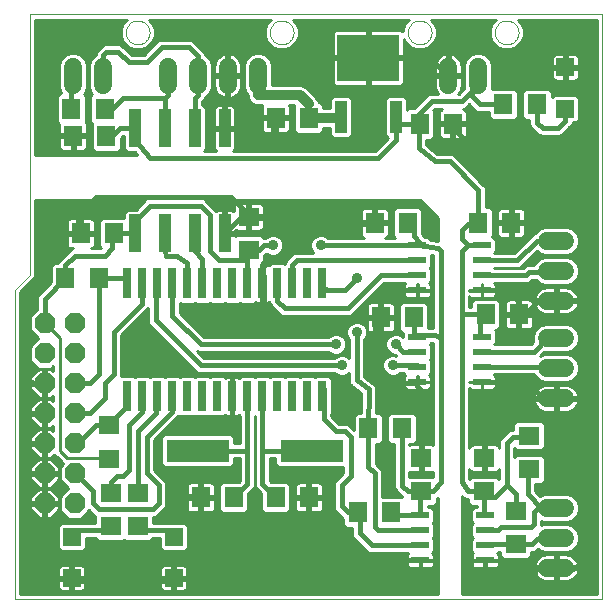
<source format=gtl>
G75*
%MOIN*%
%OFA0B0*%
%FSLAX24Y24*%
%IPPOS*%
%LPD*%
%AMOC8*
5,1,8,0,0,1.08239X$1,22.5*
%
%ADD10C,0.0000*%
%ADD11R,0.0300X0.1000*%
%ADD12R,0.2100X0.0760*%
%ADD13OC8,0.0672*%
%ADD14R,0.0630X0.0709*%
%ADD15R,0.0710X0.0630*%
%ADD16R,0.0709X0.0630*%
%ADD17R,0.0394X0.1250*%
%ADD18R,0.0630X0.0710*%
%ADD19C,0.0600*%
%ADD20R,0.0394X0.1063*%
%ADD21R,0.2087X0.1575*%
%ADD22R,0.0600X0.0240*%
%ADD23R,0.0591X0.0591*%
%ADD24C,0.0160*%
%ADD25C,0.0240*%
%ADD26C,0.0100*%
%ADD27C,0.0356*%
%ADD28C,0.0320*%
D10*
X000380Y000380D02*
X000380Y010680D01*
X000880Y011180D01*
X000880Y019876D01*
X019950Y019876D01*
X019950Y000380D01*
X000380Y000380D01*
X004086Y019280D02*
X004088Y019319D01*
X004094Y019358D01*
X004104Y019396D01*
X004117Y019433D01*
X004134Y019468D01*
X004154Y019502D01*
X004178Y019533D01*
X004205Y019562D01*
X004234Y019588D01*
X004266Y019611D01*
X004300Y019631D01*
X004336Y019647D01*
X004373Y019659D01*
X004412Y019668D01*
X004451Y019673D01*
X004490Y019674D01*
X004529Y019671D01*
X004568Y019664D01*
X004605Y019653D01*
X004642Y019639D01*
X004677Y019621D01*
X004710Y019600D01*
X004741Y019575D01*
X004769Y019548D01*
X004794Y019518D01*
X004816Y019485D01*
X004835Y019451D01*
X004850Y019415D01*
X004862Y019377D01*
X004870Y019339D01*
X004874Y019300D01*
X004874Y019260D01*
X004870Y019221D01*
X004862Y019183D01*
X004850Y019145D01*
X004835Y019109D01*
X004816Y019075D01*
X004794Y019042D01*
X004769Y019012D01*
X004741Y018985D01*
X004710Y018960D01*
X004677Y018939D01*
X004642Y018921D01*
X004605Y018907D01*
X004568Y018896D01*
X004529Y018889D01*
X004490Y018886D01*
X004451Y018887D01*
X004412Y018892D01*
X004373Y018901D01*
X004336Y018913D01*
X004300Y018929D01*
X004266Y018949D01*
X004234Y018972D01*
X004205Y018998D01*
X004178Y019027D01*
X004154Y019058D01*
X004134Y019092D01*
X004117Y019127D01*
X004104Y019164D01*
X004094Y019202D01*
X004088Y019241D01*
X004086Y019280D01*
X008886Y019280D02*
X008888Y019319D01*
X008894Y019358D01*
X008904Y019396D01*
X008917Y019433D01*
X008934Y019468D01*
X008954Y019502D01*
X008978Y019533D01*
X009005Y019562D01*
X009034Y019588D01*
X009066Y019611D01*
X009100Y019631D01*
X009136Y019647D01*
X009173Y019659D01*
X009212Y019668D01*
X009251Y019673D01*
X009290Y019674D01*
X009329Y019671D01*
X009368Y019664D01*
X009405Y019653D01*
X009442Y019639D01*
X009477Y019621D01*
X009510Y019600D01*
X009541Y019575D01*
X009569Y019548D01*
X009594Y019518D01*
X009616Y019485D01*
X009635Y019451D01*
X009650Y019415D01*
X009662Y019377D01*
X009670Y019339D01*
X009674Y019300D01*
X009674Y019260D01*
X009670Y019221D01*
X009662Y019183D01*
X009650Y019145D01*
X009635Y019109D01*
X009616Y019075D01*
X009594Y019042D01*
X009569Y019012D01*
X009541Y018985D01*
X009510Y018960D01*
X009477Y018939D01*
X009442Y018921D01*
X009405Y018907D01*
X009368Y018896D01*
X009329Y018889D01*
X009290Y018886D01*
X009251Y018887D01*
X009212Y018892D01*
X009173Y018901D01*
X009136Y018913D01*
X009100Y018929D01*
X009066Y018949D01*
X009034Y018972D01*
X009005Y018998D01*
X008978Y019027D01*
X008954Y019058D01*
X008934Y019092D01*
X008917Y019127D01*
X008904Y019164D01*
X008894Y019202D01*
X008888Y019241D01*
X008886Y019280D01*
X013486Y019280D02*
X013488Y019319D01*
X013494Y019358D01*
X013504Y019396D01*
X013517Y019433D01*
X013534Y019468D01*
X013554Y019502D01*
X013578Y019533D01*
X013605Y019562D01*
X013634Y019588D01*
X013666Y019611D01*
X013700Y019631D01*
X013736Y019647D01*
X013773Y019659D01*
X013812Y019668D01*
X013851Y019673D01*
X013890Y019674D01*
X013929Y019671D01*
X013968Y019664D01*
X014005Y019653D01*
X014042Y019639D01*
X014077Y019621D01*
X014110Y019600D01*
X014141Y019575D01*
X014169Y019548D01*
X014194Y019518D01*
X014216Y019485D01*
X014235Y019451D01*
X014250Y019415D01*
X014262Y019377D01*
X014270Y019339D01*
X014274Y019300D01*
X014274Y019260D01*
X014270Y019221D01*
X014262Y019183D01*
X014250Y019145D01*
X014235Y019109D01*
X014216Y019075D01*
X014194Y019042D01*
X014169Y019012D01*
X014141Y018985D01*
X014110Y018960D01*
X014077Y018939D01*
X014042Y018921D01*
X014005Y018907D01*
X013968Y018896D01*
X013929Y018889D01*
X013890Y018886D01*
X013851Y018887D01*
X013812Y018892D01*
X013773Y018901D01*
X013736Y018913D01*
X013700Y018929D01*
X013666Y018949D01*
X013634Y018972D01*
X013605Y018998D01*
X013578Y019027D01*
X013554Y019058D01*
X013534Y019092D01*
X013517Y019127D01*
X013504Y019164D01*
X013494Y019202D01*
X013488Y019241D01*
X013486Y019280D01*
X016386Y019280D02*
X016388Y019319D01*
X016394Y019358D01*
X016404Y019396D01*
X016417Y019433D01*
X016434Y019468D01*
X016454Y019502D01*
X016478Y019533D01*
X016505Y019562D01*
X016534Y019588D01*
X016566Y019611D01*
X016600Y019631D01*
X016636Y019647D01*
X016673Y019659D01*
X016712Y019668D01*
X016751Y019673D01*
X016790Y019674D01*
X016829Y019671D01*
X016868Y019664D01*
X016905Y019653D01*
X016942Y019639D01*
X016977Y019621D01*
X017010Y019600D01*
X017041Y019575D01*
X017069Y019548D01*
X017094Y019518D01*
X017116Y019485D01*
X017135Y019451D01*
X017150Y019415D01*
X017162Y019377D01*
X017170Y019339D01*
X017174Y019300D01*
X017174Y019260D01*
X017170Y019221D01*
X017162Y019183D01*
X017150Y019145D01*
X017135Y019109D01*
X017116Y019075D01*
X017094Y019042D01*
X017069Y019012D01*
X017041Y018985D01*
X017010Y018960D01*
X016977Y018939D01*
X016942Y018921D01*
X016905Y018907D01*
X016868Y018896D01*
X016829Y018889D01*
X016790Y018886D01*
X016751Y018887D01*
X016712Y018892D01*
X016673Y018901D01*
X016636Y018913D01*
X016600Y018929D01*
X016566Y018949D01*
X016534Y018972D01*
X016505Y018998D01*
X016478Y019027D01*
X016454Y019058D01*
X016434Y019092D01*
X016417Y019127D01*
X016404Y019164D01*
X016394Y019202D01*
X016388Y019241D01*
X016386Y019280D01*
D11*
X010630Y010912D03*
X010130Y010912D03*
X009630Y010912D03*
X009130Y010912D03*
X008630Y010912D03*
X008130Y010912D03*
X007630Y010912D03*
X007130Y010912D03*
X006630Y010912D03*
X006130Y010912D03*
X005630Y010912D03*
X005130Y010912D03*
X004630Y010912D03*
X004130Y010912D03*
X004130Y007148D03*
X004630Y007148D03*
X005130Y007148D03*
X005630Y007148D03*
X006130Y007148D03*
X006630Y007148D03*
X007130Y007148D03*
X007630Y007148D03*
X008130Y007148D03*
X008630Y007148D03*
X009130Y007148D03*
X009630Y007148D03*
X010130Y007148D03*
X010630Y007148D03*
D12*
X010280Y005330D03*
X006480Y005330D03*
D13*
X002380Y005580D03*
X002380Y004580D03*
X002380Y003580D03*
X001380Y003580D03*
X001380Y004580D03*
X001380Y005580D03*
X001380Y006580D03*
X001380Y007580D03*
X001380Y008580D03*
X001380Y009580D03*
X002380Y009580D03*
X002380Y008580D03*
X002380Y007580D03*
X002380Y006580D03*
D14*
X006579Y003780D03*
X007681Y003780D03*
X009079Y003780D03*
X010181Y003780D03*
X012579Y009780D03*
X013681Y009780D03*
X016079Y009880D03*
X017181Y009880D03*
X016931Y012930D03*
X015829Y012930D03*
X013481Y012930D03*
X012379Y012930D03*
X013879Y016230D03*
X014981Y016230D03*
X010181Y016430D03*
X009079Y016430D03*
X003681Y012580D03*
X002579Y012580D03*
X002329Y015830D03*
X003431Y015830D03*
D15*
X003530Y006190D03*
X003530Y005070D03*
X003580Y003940D03*
X004480Y003940D03*
X004480Y002820D03*
X003580Y002820D03*
X017080Y003340D03*
X017080Y002220D03*
X017530Y004720D03*
X017530Y005840D03*
D16*
X016030Y005081D03*
X016030Y003979D03*
X013930Y003979D03*
X013930Y005081D03*
X008180Y012029D03*
X008180Y013131D03*
D17*
X007380Y012580D03*
X006380Y012580D03*
X005380Y012580D03*
X004380Y012580D03*
X004380Y016080D03*
X005380Y016080D03*
X006380Y016080D03*
X007380Y016080D03*
D18*
X003390Y016730D03*
X002270Y016730D03*
X002070Y011080D03*
X003190Y011080D03*
X011820Y003280D03*
X012940Y003280D03*
X013290Y006080D03*
X012170Y006080D03*
X016670Y016880D03*
X017790Y016880D03*
D19*
X015830Y017530D02*
X015830Y018130D01*
X014830Y018130D02*
X014830Y017530D01*
X018130Y012330D02*
X018730Y012330D01*
X018730Y011330D02*
X018130Y011330D01*
X018130Y010330D02*
X018730Y010330D01*
X018730Y009080D02*
X018130Y009080D01*
X018130Y008080D02*
X018730Y008080D01*
X018730Y007080D02*
X018130Y007080D01*
X018130Y003430D02*
X018730Y003430D01*
X018730Y002430D02*
X018130Y002430D01*
X018130Y001430D02*
X018730Y001430D01*
X008480Y017530D02*
X008480Y018130D01*
X007480Y018130D02*
X007480Y017530D01*
X006480Y017530D02*
X006480Y018130D01*
X005480Y018130D02*
X005480Y017530D01*
X003330Y017530D02*
X003330Y018130D01*
X002330Y018130D02*
X002330Y017530D01*
D20*
X011264Y016464D03*
X013075Y016464D03*
D21*
X012169Y018432D03*
D22*
X013800Y012180D03*
X013800Y011680D03*
X013800Y011180D03*
X013800Y010680D03*
X013800Y009130D03*
X013800Y008630D03*
X013800Y008130D03*
X013800Y007630D03*
X015960Y007630D03*
X015960Y008130D03*
X015960Y008630D03*
X015960Y009130D03*
X015960Y010680D03*
X015960Y011180D03*
X015960Y011680D03*
X015960Y012180D03*
X016060Y003180D03*
X016060Y002680D03*
X016060Y002180D03*
X016060Y001680D03*
X013900Y001680D03*
X013900Y002180D03*
X013900Y002680D03*
X013900Y003180D03*
D23*
X005680Y002469D03*
X005680Y001091D03*
X002280Y001091D03*
X002280Y002469D03*
X018730Y016741D03*
X018730Y018119D03*
D24*
X018730Y019030D01*
X018680Y019080D01*
X019380Y019080D01*
X019380Y015280D01*
X019380Y013180D01*
X017780Y013180D01*
X017530Y012930D01*
X016931Y012930D01*
X016880Y012881D01*
X017780Y012330D02*
X018430Y012330D01*
X017780Y012330D02*
X017130Y011680D01*
X015904Y011680D01*
X015904Y011180D02*
X017430Y011180D01*
X017530Y011280D01*
X018180Y011280D01*
X018380Y011330D01*
X018430Y011330D01*
X018430Y010330D02*
X017830Y010330D01*
X017380Y009880D01*
X017181Y009880D01*
X017180Y009881D01*
X017180Y010280D01*
X016780Y010680D01*
X015904Y010680D01*
X015904Y009880D02*
X015904Y009130D01*
X015904Y008630D02*
X017680Y008630D01*
X018130Y009080D01*
X018430Y009080D01*
X018430Y008130D02*
X018480Y008080D01*
X018430Y008080D01*
X018430Y008130D02*
X015904Y008130D01*
X015904Y007630D02*
X016680Y007630D01*
X016680Y006780D01*
X016030Y006130D01*
X016030Y005081D01*
X016780Y005580D02*
X016980Y005780D01*
X017470Y005780D01*
X017530Y005840D01*
X016780Y005580D02*
X016780Y004180D01*
X016380Y003780D01*
X016031Y003780D01*
X016030Y003979D01*
X016030Y003210D01*
X016060Y003180D01*
X016060Y002680D02*
X016480Y002680D01*
X016580Y002780D01*
X017580Y002780D01*
X017680Y002880D01*
X017680Y003280D01*
X017830Y003430D01*
X018430Y003430D01*
X017930Y003430D01*
X017480Y003880D01*
X017480Y004670D01*
X017530Y004720D01*
X016780Y004180D02*
X017080Y003880D01*
X017080Y003340D01*
X017080Y002220D02*
X016100Y002220D01*
X016060Y002180D01*
X016060Y001680D02*
X016060Y001300D01*
X016380Y000980D01*
X017480Y000980D01*
X017780Y001380D01*
X018480Y001380D01*
X018980Y001380D01*
X019430Y001730D01*
X019430Y007080D01*
X019430Y010280D01*
X019280Y010330D01*
X018430Y010330D01*
X019430Y010280D02*
X019430Y013130D01*
X019380Y013180D01*
X019380Y015280D02*
X015780Y015280D01*
X014781Y016279D01*
X014981Y016230D01*
X015280Y016980D02*
X014280Y016980D01*
X013679Y016379D01*
X013879Y016230D01*
X013109Y016230D01*
X013075Y016464D01*
X013080Y015859D01*
X013080Y015680D01*
X012480Y015080D01*
X004880Y015080D01*
X004380Y015680D01*
X004380Y016080D01*
X003880Y016080D01*
X003630Y015830D01*
X003431Y015830D01*
X003580Y016680D02*
X003390Y016730D01*
X003580Y016680D02*
X003980Y017080D01*
X005380Y017080D01*
X005480Y017180D01*
X005480Y017830D01*
X005380Y017080D02*
X005380Y016080D01*
X006380Y016080D02*
X006380Y017080D01*
X006480Y017180D01*
X006480Y017830D01*
X006480Y018480D01*
X006180Y018780D01*
X005280Y018780D01*
X004780Y018280D01*
X004180Y018280D01*
X003830Y018630D01*
X003430Y018630D01*
X003330Y018530D01*
X003330Y017830D01*
X002330Y017830D02*
X002270Y017370D01*
X002270Y016730D01*
X001680Y016080D02*
X001680Y018880D01*
X002080Y019280D01*
X003580Y019280D01*
X004280Y018580D01*
X004680Y018580D01*
X005380Y019280D01*
X006780Y019280D01*
X007480Y018580D01*
X007480Y017830D01*
X007480Y017180D01*
X007380Y017080D01*
X007380Y016080D01*
X007929Y016080D01*
X007954Y016106D01*
X008380Y015580D01*
X008980Y015580D01*
X008980Y016331D01*
X009079Y016430D01*
X008980Y015580D02*
X011730Y015580D01*
X012169Y016019D01*
X012169Y018432D01*
X014228Y018432D01*
X014830Y017830D01*
X014830Y018630D01*
X015080Y018980D01*
X015880Y018980D01*
X016480Y018380D01*
X017780Y018380D01*
X018480Y019080D01*
X018680Y019080D01*
X018730Y016741D02*
X018730Y016330D01*
X018480Y016080D01*
X017980Y016080D01*
X017779Y016270D01*
X017790Y016880D01*
X016670Y016880D02*
X015880Y016880D01*
X015580Y017180D01*
X015830Y017830D01*
X015680Y017330D01*
X015680Y017380D02*
X015280Y016980D01*
X013879Y016230D02*
X013845Y015964D01*
X013845Y015415D01*
X014380Y014980D01*
X014880Y014980D01*
X015830Y014030D01*
X015829Y012930D01*
X015779Y012880D01*
X015480Y012880D01*
X015280Y012680D01*
X015280Y012380D01*
X015480Y012180D01*
X015280Y011980D01*
X015280Y009880D01*
X015280Y004280D01*
X015480Y003980D01*
X016030Y003979D01*
X014580Y004280D02*
X014331Y003980D01*
X013930Y003979D01*
X013929Y003980D01*
X013480Y003980D01*
X013290Y004170D01*
X013290Y006080D01*
X013930Y005530D02*
X013930Y005081D01*
X013930Y005530D02*
X014080Y005680D01*
X014080Y007180D01*
X013802Y007506D01*
X013806Y007580D01*
X013856Y007630D01*
X013806Y007580D02*
X012580Y007580D01*
X012380Y007880D01*
X012380Y009679D01*
X012480Y009779D01*
X012579Y009780D01*
X012580Y009881D01*
X012580Y010580D01*
X012680Y010680D01*
X013856Y010680D01*
X013856Y011180D02*
X012580Y011180D01*
X011480Y010080D01*
X009380Y010080D01*
X009130Y010330D01*
X009130Y010912D01*
X009630Y010912D02*
X009630Y011530D01*
X009780Y011680D01*
X013856Y011680D01*
X013856Y012180D02*
X013856Y012304D01*
X013680Y012480D01*
X013680Y012829D01*
X013481Y012930D01*
X013856Y012180D02*
X010580Y012180D01*
X009880Y012280D02*
X009880Y012880D01*
X009680Y013080D01*
X008329Y013080D01*
X008180Y013080D01*
X008180Y013180D01*
X007580Y013780D01*
X003080Y013780D01*
X002480Y013180D01*
X002480Y012580D01*
X001630Y012580D01*
X001380Y012330D01*
X001380Y010880D01*
X000830Y010330D01*
X000830Y007730D01*
X000980Y007580D01*
X001380Y007580D01*
X001380Y006580D01*
X001380Y005580D01*
X001380Y004580D01*
X001380Y003580D01*
X001380Y001580D01*
X001869Y001091D01*
X002280Y001091D01*
X002380Y000991D01*
X005780Y000991D01*
X005680Y001091D01*
X006491Y001091D01*
X006780Y001380D01*
X006780Y003080D01*
X010180Y003080D01*
X011580Y001680D01*
X013900Y001680D01*
X013900Y002180D02*
X012280Y002180D01*
X011880Y002580D01*
X011880Y003220D01*
X011820Y003280D01*
X011840Y003280D01*
X011820Y003280D02*
X011480Y003280D01*
X011280Y003480D01*
X011280Y004180D01*
X011580Y004480D01*
X011580Y005780D01*
X011380Y005980D01*
X011080Y005980D01*
X010680Y006380D01*
X010680Y007398D01*
X010630Y007148D01*
X011280Y008180D02*
X006580Y008180D01*
X005080Y009680D01*
X005080Y011162D01*
X005130Y010912D01*
X005630Y010912D02*
X005630Y009830D01*
X006580Y008880D01*
X011080Y008880D01*
X011780Y009280D02*
X011780Y007680D01*
X012180Y007380D01*
X012170Y006080D01*
X012170Y004790D01*
X012380Y004580D01*
X012380Y002780D01*
X012480Y002680D01*
X013900Y002680D01*
X013900Y003180D02*
X013040Y003180D01*
X012940Y003280D01*
X013900Y003180D02*
X013900Y003949D01*
X013930Y003979D01*
X014580Y004280D02*
X014580Y009080D01*
X014380Y009180D01*
X014080Y009180D01*
X013681Y009181D01*
X013681Y009780D01*
X013681Y009205D01*
X013856Y009130D01*
X013856Y008630D02*
X013330Y008630D01*
X013080Y008880D01*
X012980Y008180D02*
X013806Y008180D01*
X013856Y008130D01*
X014580Y009080D02*
X014580Y011980D01*
X014480Y012080D01*
X013856Y012180D01*
X012580Y012880D02*
X012429Y012729D01*
X012429Y012880D01*
X012379Y012930D01*
X012429Y012880D02*
X009880Y012880D01*
X009880Y012280D02*
X009380Y011780D01*
X008980Y011780D01*
X008630Y011430D01*
X008630Y010912D01*
X008680Y011162D01*
X008680Y010180D01*
X009080Y009780D01*
X012579Y009780D01*
X012580Y009880D01*
X012579Y009979D01*
X012579Y009780D01*
X011380Y010680D02*
X011780Y011080D01*
X011380Y010680D02*
X010780Y010680D01*
X010630Y010830D01*
X010630Y010912D01*
X008980Y012180D02*
X008680Y012180D01*
X008529Y012029D01*
X008180Y012029D01*
X008131Y011680D01*
X007180Y011680D01*
X006880Y011980D01*
X006880Y013180D01*
X006580Y013480D01*
X004880Y013480D01*
X004380Y012980D01*
X004380Y012580D01*
X003681Y012580D01*
X003630Y012529D01*
X003630Y012080D01*
X003380Y011830D01*
X002380Y011830D01*
X002070Y011520D01*
X002070Y011080D01*
X001380Y010390D01*
X001380Y009580D01*
X003180Y010890D02*
X003180Y007880D01*
X002880Y007580D01*
X002380Y007580D01*
X002380Y006580D02*
X002880Y006580D01*
X003380Y007080D01*
X003380Y007580D01*
X003680Y007880D01*
X003680Y009280D01*
X004630Y010230D01*
X004630Y010912D01*
X004130Y010912D02*
X003998Y011080D01*
X003190Y011080D01*
X003180Y010890D01*
X002579Y012580D02*
X002480Y012580D01*
X005380Y012580D02*
X005380Y011980D01*
X005430Y011830D01*
X005780Y011830D01*
X006130Y011580D01*
X006130Y010912D01*
X006630Y010912D02*
X006630Y011730D01*
X006380Y011980D01*
X006380Y012580D01*
X007380Y012580D02*
X007880Y013080D01*
X008180Y013080D01*
X008180Y013131D02*
X008329Y013080D01*
X008180Y012029D02*
X008130Y011779D01*
X008130Y010912D01*
X005080Y007448D02*
X005080Y006580D01*
X004480Y005980D01*
X004480Y003940D01*
X004780Y004580D02*
X004780Y005780D01*
X005630Y006630D01*
X005630Y007148D01*
X005130Y007148D02*
X005080Y007448D01*
X004630Y007148D02*
X004630Y006630D01*
X004180Y006180D01*
X004180Y004680D01*
X003980Y004480D01*
X003780Y004480D01*
X003580Y004280D01*
X003580Y003940D01*
X002980Y003980D02*
X002980Y003580D01*
X003180Y003380D01*
X004980Y003380D01*
X005180Y003580D01*
X005180Y004180D01*
X004780Y004580D01*
X005080Y004780D02*
X005680Y004180D01*
X005680Y003780D01*
X006579Y003780D02*
X006579Y003981D01*
X006580Y003280D01*
X006780Y003080D01*
X007681Y003780D02*
X008130Y004229D01*
X008130Y005330D01*
X006480Y005330D01*
X007180Y006080D02*
X005480Y006080D01*
X005080Y005680D01*
X005080Y004780D01*
X003530Y005070D02*
X003530Y005080D01*
X003520Y006180D02*
X003080Y006180D01*
X002480Y005580D01*
X002380Y005580D01*
X002380Y004580D02*
X002980Y003980D01*
X003580Y002820D02*
X003440Y002680D01*
X002380Y002680D01*
X002280Y002580D01*
X002280Y002469D01*
X004480Y002680D02*
X005580Y002680D01*
X005680Y002469D01*
X004531Y002669D02*
X004480Y002680D01*
X004531Y002669D02*
X004480Y002820D01*
X003520Y006180D02*
X003530Y006190D01*
X003530Y006230D01*
X004080Y006780D01*
X004080Y007398D01*
X004130Y007148D01*
X007180Y006080D02*
X007630Y006530D01*
X007630Y007148D01*
X008130Y007148D02*
X008130Y005330D01*
X008630Y005330D02*
X010280Y005330D01*
X010180Y004079D02*
X010181Y003780D01*
X010180Y004079D02*
X010180Y003080D01*
X009079Y003780D02*
X008630Y004229D01*
X008630Y005330D01*
X008630Y007148D01*
X015280Y009880D02*
X016079Y009880D01*
X015904Y009880D01*
X015904Y012180D02*
X015480Y012180D01*
X011264Y016464D02*
X011198Y016430D01*
X010181Y016430D02*
X010181Y016881D01*
X002329Y015830D02*
X001930Y015830D01*
X001680Y016080D01*
X016680Y007630D02*
X017430Y007630D01*
X017980Y007080D01*
X018430Y007080D01*
X019430Y007080D01*
X018430Y002430D02*
X018380Y002380D01*
X017780Y002380D01*
X017620Y002220D01*
X017080Y002220D01*
X018430Y001430D02*
X018480Y001380D01*
D25*
X006579Y003780D02*
X005680Y003780D01*
D26*
X005430Y003828D02*
X006529Y003828D01*
X006529Y003830D02*
X006529Y003730D01*
X006629Y003730D01*
X006629Y003830D01*
X007044Y003830D01*
X007044Y004154D01*
X007034Y004192D01*
X007014Y004226D01*
X006986Y004254D01*
X006952Y004274D01*
X006914Y004284D01*
X006629Y004284D01*
X006629Y003830D01*
X006529Y003830D01*
X006529Y004284D01*
X006244Y004284D01*
X006206Y004274D01*
X006172Y004254D01*
X006144Y004226D01*
X006124Y004192D01*
X006114Y004154D01*
X006114Y003830D01*
X006529Y003830D01*
X006529Y003926D02*
X006629Y003926D01*
X006629Y003828D02*
X007196Y003828D01*
X007196Y003926D02*
X007044Y003926D01*
X007044Y004025D02*
X007196Y004025D01*
X007196Y004123D02*
X007044Y004123D01*
X007017Y004222D02*
X007213Y004222D01*
X007196Y004205D02*
X007196Y003355D01*
X007296Y003256D01*
X008067Y003256D01*
X008166Y003355D01*
X008166Y003911D01*
X008342Y004087D01*
X008380Y004179D01*
X008418Y004087D01*
X008594Y003911D01*
X008594Y003355D01*
X008693Y003256D01*
X009464Y003256D01*
X009564Y003355D01*
X009564Y004205D01*
X009464Y004304D01*
X008908Y004304D01*
X008880Y004332D01*
X008880Y005080D01*
X009060Y005080D01*
X009060Y004880D01*
X009160Y004780D01*
X011330Y004780D01*
X011330Y004584D01*
X011138Y004392D01*
X011068Y004322D01*
X011030Y004230D01*
X011030Y003430D01*
X011068Y003338D01*
X011268Y003138D01*
X011335Y003071D01*
X011335Y002855D01*
X011435Y002755D01*
X011630Y002755D01*
X011630Y002530D01*
X011668Y002438D01*
X011738Y002368D01*
X011738Y002368D01*
X012138Y001968D01*
X012230Y001930D01*
X013490Y001930D01*
X013504Y001916D01*
X013480Y001892D01*
X013460Y001858D01*
X013450Y001820D01*
X013450Y001690D01*
X013890Y001690D01*
X013890Y001670D01*
X013910Y001670D01*
X013910Y001690D01*
X014350Y001690D01*
X014350Y001820D01*
X014340Y001858D01*
X014320Y001892D01*
X014296Y001916D01*
X014370Y001990D01*
X014370Y002370D01*
X014310Y002430D01*
X014370Y002490D01*
X014370Y002870D01*
X014310Y002930D01*
X014370Y002990D01*
X014370Y003370D01*
X014270Y003470D01*
X014150Y003470D01*
X014150Y003494D01*
X014355Y003494D01*
X014454Y003593D01*
X014454Y003761D01*
X014473Y003768D01*
X014480Y003775D01*
X014480Y000550D01*
X000550Y000550D01*
X000550Y010610D01*
X001050Y011110D01*
X001050Y013680D01*
X004726Y013680D01*
X004421Y013375D01*
X004113Y013375D01*
X004013Y013275D01*
X004013Y013104D01*
X003296Y013104D01*
X003196Y013005D01*
X003196Y012155D01*
X003271Y012080D01*
X002930Y012080D01*
X002952Y012086D01*
X002986Y012106D01*
X003014Y012134D01*
X003034Y012168D01*
X003044Y012206D01*
X003044Y012530D01*
X002629Y012530D01*
X002629Y012630D01*
X003044Y012630D01*
X003044Y012954D01*
X003034Y012992D01*
X003014Y013026D01*
X002986Y013054D01*
X002952Y013074D01*
X002914Y013084D01*
X002629Y013084D01*
X002629Y012630D01*
X002529Y012630D01*
X002529Y013084D01*
X002244Y013084D01*
X002206Y013074D01*
X002172Y013054D01*
X002144Y013026D01*
X002124Y012992D01*
X002114Y012954D01*
X002114Y012630D01*
X002529Y012630D01*
X002529Y012530D01*
X002114Y012530D01*
X002114Y012206D01*
X002124Y012168D01*
X002144Y012134D01*
X002172Y012106D01*
X002206Y012086D01*
X002244Y012076D01*
X002320Y012076D01*
X002238Y012042D01*
X002168Y011972D01*
X001858Y011662D01*
X001835Y011605D01*
X001685Y011605D01*
X001585Y011505D01*
X001585Y010949D01*
X001168Y010531D01*
X001130Y010440D01*
X001130Y010046D01*
X000874Y009790D01*
X000874Y009370D01*
X001164Y009080D01*
X000874Y008790D01*
X000874Y008370D01*
X001170Y008074D01*
X001590Y008074D01*
X001660Y008144D01*
X001660Y007988D01*
X001581Y008066D01*
X001430Y008066D01*
X001430Y007630D01*
X001330Y007630D01*
X001330Y008066D01*
X001179Y008066D01*
X000894Y007781D01*
X000894Y007630D01*
X001330Y007630D01*
X001330Y007530D01*
X001430Y007530D01*
X001430Y007094D01*
X001581Y007094D01*
X001660Y007172D01*
X001660Y006988D01*
X001581Y007066D01*
X001430Y007066D01*
X001430Y006630D01*
X001330Y006630D01*
X001330Y007066D01*
X001179Y007066D01*
X000894Y006781D01*
X000894Y006630D01*
X001330Y006630D01*
X001330Y006530D01*
X001430Y006530D01*
X001430Y006094D01*
X001581Y006094D01*
X001660Y006172D01*
X001660Y005988D01*
X001581Y006066D01*
X001430Y006066D01*
X001430Y005630D01*
X001330Y005630D01*
X001330Y006066D01*
X001179Y006066D01*
X000894Y005781D01*
X000894Y005630D01*
X001330Y005630D01*
X001330Y005530D01*
X001430Y005530D01*
X001430Y005094D01*
X001581Y005094D01*
X001693Y005206D01*
X001789Y005110D01*
X001910Y004989D01*
X001910Y004989D01*
X001991Y004907D01*
X001874Y004790D01*
X001874Y004370D01*
X002164Y004080D01*
X001874Y003790D01*
X001874Y003370D01*
X002170Y003074D01*
X002590Y003074D01*
X002861Y003345D01*
X002968Y003238D01*
X003038Y003168D01*
X003055Y003161D01*
X003055Y002930D01*
X002650Y002930D01*
X002646Y002934D01*
X001914Y002934D01*
X001815Y002835D01*
X001815Y002103D01*
X001914Y002004D01*
X002646Y002004D01*
X002745Y002103D01*
X002745Y002430D01*
X003060Y002430D01*
X003155Y002335D01*
X004005Y002335D01*
X004030Y002360D01*
X004055Y002335D01*
X004905Y002335D01*
X005000Y002430D01*
X005215Y002430D01*
X005215Y002103D01*
X005314Y002004D01*
X006046Y002004D01*
X006145Y002103D01*
X006145Y002835D01*
X006046Y002934D01*
X005314Y002934D01*
X005310Y002930D01*
X005005Y002930D01*
X005005Y003130D01*
X005030Y003130D01*
X005122Y003168D01*
X005322Y003368D01*
X005392Y003438D01*
X005430Y003530D01*
X005430Y004230D01*
X005392Y004322D01*
X005030Y004684D01*
X005030Y005676D01*
X005772Y006418D01*
X005832Y006478D01*
X005850Y006478D01*
X005880Y006508D01*
X005910Y006478D01*
X006350Y006478D01*
X006380Y006508D01*
X006410Y006478D01*
X006850Y006478D01*
X006880Y006508D01*
X006910Y006478D01*
X007350Y006478D01*
X007396Y006524D01*
X007422Y006508D01*
X007460Y006498D01*
X007605Y006498D01*
X007605Y007123D01*
X007655Y007123D01*
X007655Y006498D01*
X007800Y006498D01*
X007838Y006508D01*
X007864Y006524D01*
X007880Y006508D01*
X007880Y005580D01*
X007700Y005580D01*
X007700Y005780D01*
X007600Y005880D01*
X005360Y005880D01*
X005260Y005780D01*
X005260Y004880D01*
X005360Y004780D01*
X007600Y004780D01*
X007700Y004880D01*
X007700Y005080D01*
X007880Y005080D01*
X007880Y004332D01*
X007852Y004304D01*
X007296Y004304D01*
X007196Y004205D01*
X007196Y003729D02*
X007044Y003729D01*
X007044Y003730D02*
X006629Y003730D01*
X006629Y003276D01*
X006914Y003276D01*
X006952Y003286D01*
X006986Y003306D01*
X007014Y003334D01*
X007034Y003368D01*
X007044Y003406D01*
X007044Y003730D01*
X007044Y003631D02*
X007196Y003631D01*
X007196Y003532D02*
X007044Y003532D01*
X007044Y003434D02*
X007196Y003434D01*
X007216Y003335D02*
X007015Y003335D01*
X006629Y003335D02*
X006529Y003335D01*
X006529Y003276D02*
X006529Y003730D01*
X006114Y003730D01*
X006114Y003406D01*
X006124Y003368D01*
X006144Y003334D01*
X006172Y003306D01*
X006206Y003286D01*
X006244Y003276D01*
X006529Y003276D01*
X006529Y003434D02*
X006629Y003434D01*
X006629Y003532D02*
X006529Y003532D01*
X006529Y003631D02*
X006629Y003631D01*
X006629Y003729D02*
X006529Y003729D01*
X006529Y004025D02*
X006629Y004025D01*
X006629Y004123D02*
X006529Y004123D01*
X006529Y004222D02*
X006629Y004222D01*
X006141Y004222D02*
X005430Y004222D01*
X005430Y004123D02*
X006114Y004123D01*
X006114Y004025D02*
X005430Y004025D01*
X005430Y003926D02*
X006114Y003926D01*
X006114Y003729D02*
X005430Y003729D01*
X005430Y003631D02*
X006114Y003631D01*
X006114Y003532D02*
X005430Y003532D01*
X005387Y003434D02*
X006114Y003434D01*
X006143Y003335D02*
X005289Y003335D01*
X005190Y003237D02*
X011170Y003237D01*
X011071Y003335D02*
X010617Y003335D01*
X010616Y003334D02*
X010636Y003368D01*
X010646Y003406D01*
X010646Y003730D01*
X010231Y003730D01*
X010231Y003276D01*
X010516Y003276D01*
X010554Y003286D01*
X010588Y003306D01*
X010616Y003334D01*
X010646Y003434D02*
X011030Y003434D01*
X011030Y003532D02*
X010646Y003532D01*
X010646Y003631D02*
X011030Y003631D01*
X011030Y003729D02*
X010646Y003729D01*
X010646Y003830D02*
X010646Y004154D01*
X010636Y004192D01*
X010616Y004226D01*
X010588Y004254D01*
X010554Y004274D01*
X010516Y004284D01*
X010231Y004284D01*
X010231Y003830D01*
X010131Y003830D01*
X010131Y003730D01*
X009716Y003730D01*
X009716Y003406D01*
X009726Y003368D01*
X009746Y003334D01*
X009774Y003306D01*
X009808Y003286D01*
X009846Y003276D01*
X010131Y003276D01*
X010131Y003730D01*
X010231Y003730D01*
X010231Y003830D01*
X010646Y003830D01*
X010646Y003926D02*
X011030Y003926D01*
X011030Y003828D02*
X010231Y003828D01*
X010231Y003926D02*
X010131Y003926D01*
X010131Y003830D02*
X010131Y004284D01*
X009846Y004284D01*
X009808Y004274D01*
X009774Y004254D01*
X009746Y004226D01*
X009726Y004192D01*
X009716Y004154D01*
X009716Y003830D01*
X010131Y003830D01*
X010131Y003828D02*
X009564Y003828D01*
X009564Y003926D02*
X009716Y003926D01*
X009716Y004025D02*
X009564Y004025D01*
X009564Y004123D02*
X009716Y004123D01*
X009743Y004222D02*
X009547Y004222D01*
X009564Y003729D02*
X009716Y003729D01*
X009716Y003631D02*
X009564Y003631D01*
X009564Y003532D02*
X009716Y003532D01*
X009716Y003434D02*
X009564Y003434D01*
X009544Y003335D02*
X009745Y003335D01*
X010131Y003335D02*
X010231Y003335D01*
X010231Y003434D02*
X010131Y003434D01*
X010131Y003532D02*
X010231Y003532D01*
X010231Y003631D02*
X010131Y003631D01*
X010131Y003729D02*
X010231Y003729D01*
X010231Y004025D02*
X010131Y004025D01*
X010131Y004123D02*
X010231Y004123D01*
X010231Y004222D02*
X010131Y004222D01*
X010619Y004222D02*
X011030Y004222D01*
X011030Y004123D02*
X010646Y004123D01*
X010646Y004025D02*
X011030Y004025D01*
X011067Y004320D02*
X008892Y004320D01*
X008880Y004419D02*
X011165Y004419D01*
X011263Y004517D02*
X008880Y004517D01*
X008880Y004616D02*
X011330Y004616D01*
X011330Y004714D02*
X008880Y004714D01*
X008880Y004813D02*
X009127Y004813D01*
X009060Y004911D02*
X008880Y004911D01*
X008880Y005010D02*
X009060Y005010D01*
X008380Y005010D02*
X008380Y005010D01*
X008380Y005108D02*
X008380Y005108D01*
X008380Y005207D02*
X008380Y005207D01*
X008380Y005305D02*
X008380Y005305D01*
X008380Y005404D02*
X008380Y005404D01*
X008380Y005502D02*
X008380Y005502D01*
X008380Y005601D02*
X008380Y005601D01*
X008380Y005699D02*
X008380Y005699D01*
X008380Y005798D02*
X008380Y005798D01*
X008380Y005896D02*
X008380Y005896D01*
X008380Y005995D02*
X008380Y005995D01*
X008380Y006093D02*
X008380Y006093D01*
X008380Y006192D02*
X008380Y006192D01*
X008380Y006290D02*
X008380Y006290D01*
X008380Y006389D02*
X008380Y006389D01*
X008380Y006487D02*
X008380Y006487D01*
X008380Y006508D02*
X008380Y004179D01*
X008380Y006508D01*
X008380Y006508D01*
X007880Y006487D02*
X007359Y006487D01*
X007605Y006586D02*
X007655Y006586D01*
X007655Y006684D02*
X007605Y006684D01*
X007605Y006783D02*
X007655Y006783D01*
X007655Y006881D02*
X007605Y006881D01*
X007605Y006980D02*
X007655Y006980D01*
X007655Y007078D02*
X007605Y007078D01*
X007605Y007173D02*
X007605Y007798D01*
X007460Y007798D01*
X007422Y007788D01*
X007396Y007773D01*
X007350Y007818D01*
X006910Y007818D01*
X006880Y007789D01*
X006850Y007818D01*
X006410Y007818D01*
X006380Y007789D01*
X006350Y007818D01*
X005910Y007818D01*
X005880Y007789D01*
X005850Y007818D01*
X005410Y007818D01*
X005380Y007789D01*
X005350Y007818D01*
X004910Y007818D01*
X004880Y007789D01*
X004850Y007818D01*
X004410Y007818D01*
X004380Y007789D01*
X004350Y007818D01*
X003925Y007818D01*
X003930Y007830D01*
X003930Y009176D01*
X004772Y010018D01*
X004830Y010076D01*
X004830Y009630D01*
X004868Y009538D01*
X004938Y009468D01*
X006368Y008038D01*
X006438Y007968D01*
X006530Y007930D01*
X011038Y007930D01*
X011083Y007885D01*
X011211Y007832D01*
X011349Y007832D01*
X011477Y007885D01*
X011530Y007938D01*
X011530Y007712D01*
X011525Y007694D01*
X011530Y007662D01*
X011530Y007630D01*
X011537Y007613D01*
X011540Y007595D01*
X011556Y007568D01*
X011568Y007538D01*
X011581Y007526D01*
X011590Y007510D01*
X011616Y007491D01*
X011638Y007468D01*
X011655Y007461D01*
X011929Y007256D01*
X011924Y006605D01*
X011785Y006605D01*
X011685Y006505D01*
X011685Y006028D01*
X011592Y006122D01*
X011522Y006192D01*
X011430Y006230D01*
X011184Y006230D01*
X010930Y006484D01*
X010930Y006558D01*
X010950Y006578D01*
X010950Y007719D01*
X010850Y007818D01*
X010410Y007818D01*
X010380Y007789D01*
X010350Y007818D01*
X009910Y007818D01*
X009880Y007789D01*
X009850Y007818D01*
X009410Y007818D01*
X009380Y007789D01*
X009350Y007818D01*
X008910Y007818D01*
X008880Y007789D01*
X008850Y007818D01*
X008410Y007818D01*
X008380Y007789D01*
X008350Y007818D01*
X007910Y007818D01*
X007864Y007773D01*
X007838Y007788D01*
X007800Y007798D01*
X007655Y007798D01*
X007655Y007173D01*
X007605Y007173D01*
X007605Y007177D02*
X007655Y007177D01*
X007655Y007275D02*
X007605Y007275D01*
X007605Y007374D02*
X007655Y007374D01*
X007655Y007472D02*
X007605Y007472D01*
X007605Y007571D02*
X007655Y007571D01*
X007655Y007669D02*
X007605Y007669D01*
X007605Y007768D02*
X007655Y007768D01*
X006684Y008430D02*
X006451Y008663D01*
X006530Y008630D01*
X010838Y008630D01*
X010883Y008585D01*
X011011Y008532D01*
X011149Y008532D01*
X011277Y008585D01*
X011375Y008683D01*
X011428Y008811D01*
X011428Y008949D01*
X011375Y009077D01*
X011277Y009175D01*
X011149Y009228D01*
X011011Y009228D01*
X010883Y009175D01*
X010838Y009130D01*
X006684Y009130D01*
X005880Y009934D01*
X005880Y010271D01*
X005910Y010242D01*
X006350Y010242D01*
X006380Y010271D01*
X006410Y010242D01*
X006850Y010242D01*
X006880Y010271D01*
X006910Y010242D01*
X007350Y010242D01*
X007380Y010271D01*
X007410Y010242D01*
X007850Y010242D01*
X007880Y010271D01*
X007910Y010242D01*
X008350Y010242D01*
X008396Y010287D01*
X008422Y010272D01*
X008460Y010262D01*
X008605Y010262D01*
X008605Y010887D01*
X008655Y010887D01*
X008655Y010262D01*
X008800Y010262D01*
X008838Y010272D01*
X008864Y010287D01*
X008886Y010265D01*
X008918Y010188D01*
X009168Y009938D01*
X009238Y009868D01*
X009330Y009830D01*
X011530Y009830D01*
X011622Y009868D01*
X012684Y010930D01*
X013390Y010930D01*
X013404Y010916D01*
X013380Y010892D01*
X013360Y010858D01*
X013350Y010820D01*
X013350Y010690D01*
X013790Y010690D01*
X013790Y010890D01*
X013810Y010890D01*
X013810Y010690D01*
X014250Y010690D01*
X014250Y010820D01*
X014240Y010858D01*
X014220Y010892D01*
X014196Y010916D01*
X014270Y010990D01*
X014270Y011370D01*
X014210Y011430D01*
X014270Y011490D01*
X014270Y011860D01*
X014330Y011851D01*
X014330Y009430D01*
X014166Y009430D01*
X014166Y010205D01*
X014067Y010304D01*
X013296Y010304D01*
X013196Y010205D01*
X013196Y009355D01*
X013296Y009256D01*
X013330Y009256D01*
X013330Y009122D01*
X013277Y009175D01*
X013149Y009228D01*
X013011Y009228D01*
X012883Y009175D01*
X012785Y009077D01*
X012732Y008949D01*
X012732Y008811D01*
X012785Y008683D01*
X012883Y008585D01*
X013011Y008532D01*
X013075Y008532D01*
X013099Y008508D01*
X013049Y008528D01*
X012911Y008528D01*
X012783Y008475D01*
X012685Y008377D01*
X012632Y008249D01*
X012632Y008111D01*
X012685Y007983D01*
X012783Y007885D01*
X012911Y007832D01*
X013049Y007832D01*
X013177Y007885D01*
X013222Y007930D01*
X013340Y007930D01*
X013404Y007866D01*
X013380Y007842D01*
X013360Y007808D01*
X013350Y007770D01*
X013350Y007640D01*
X013790Y007640D01*
X013790Y007840D01*
X013810Y007840D01*
X013810Y007640D01*
X013790Y007640D01*
X013790Y007620D01*
X013810Y007620D01*
X013810Y007640D01*
X014250Y007640D01*
X014250Y007770D01*
X014240Y007808D01*
X014220Y007842D01*
X014196Y007866D01*
X014270Y007940D01*
X014270Y008320D01*
X014210Y008380D01*
X014270Y008440D01*
X014270Y008820D01*
X014210Y008880D01*
X014260Y008930D01*
X014321Y008930D01*
X014330Y008925D01*
X014330Y005539D01*
X014304Y005546D01*
X013980Y005546D01*
X013980Y005131D01*
X013880Y005131D01*
X013880Y005546D01*
X013556Y005546D01*
X013540Y005542D01*
X013540Y005555D01*
X013675Y005555D01*
X013775Y005655D01*
X013775Y006505D01*
X013675Y006605D01*
X012904Y006605D01*
X012805Y006505D01*
X012805Y005655D01*
X012904Y005555D01*
X013040Y005555D01*
X013040Y004120D01*
X013078Y004029D01*
X013268Y003838D01*
X013302Y003805D01*
X012630Y003805D01*
X012630Y004630D01*
X012592Y004722D01*
X012522Y004792D01*
X012420Y004893D01*
X012420Y005555D01*
X012556Y005555D01*
X012655Y005655D01*
X012655Y006505D01*
X012556Y006605D01*
X012424Y006605D01*
X012430Y007348D01*
X012435Y007366D01*
X012430Y007397D01*
X012430Y007428D01*
X012423Y007446D01*
X012420Y007465D01*
X012405Y007491D01*
X012393Y007520D01*
X012380Y007534D01*
X012370Y007550D01*
X012345Y007569D01*
X012323Y007591D01*
X012306Y007598D01*
X012030Y007805D01*
X012030Y009038D01*
X012075Y009083D01*
X012128Y009211D01*
X012128Y009349D01*
X012075Y009477D01*
X011977Y009575D01*
X011849Y009628D01*
X011711Y009628D01*
X011583Y009575D01*
X011485Y009477D01*
X011432Y009349D01*
X011432Y009211D01*
X011485Y009083D01*
X011530Y009038D01*
X011530Y008422D01*
X011477Y008475D01*
X011349Y008528D01*
X011211Y008528D01*
X011083Y008475D01*
X011038Y008430D01*
X006684Y008430D01*
X006657Y008457D02*
X011065Y008457D01*
X010954Y008556D02*
X006558Y008556D01*
X006472Y008654D02*
X006460Y008654D01*
X006146Y008260D02*
X003930Y008260D01*
X003930Y008162D02*
X006245Y008162D01*
X006343Y008063D02*
X003930Y008063D01*
X003930Y007965D02*
X006447Y007965D01*
X006048Y008359D02*
X003930Y008359D01*
X003930Y008457D02*
X005949Y008457D01*
X005851Y008556D02*
X003930Y008556D01*
X003930Y008654D02*
X005752Y008654D01*
X005654Y008753D02*
X003930Y008753D01*
X003930Y008851D02*
X005555Y008851D01*
X005457Y008950D02*
X003930Y008950D01*
X003930Y009048D02*
X005358Y009048D01*
X005260Y009147D02*
X003930Y009147D01*
X003999Y009245D02*
X005161Y009245D01*
X005063Y009344D02*
X004097Y009344D01*
X004196Y009442D02*
X004964Y009442D01*
X004867Y009541D02*
X004294Y009541D01*
X004393Y009639D02*
X004830Y009639D01*
X004830Y009738D02*
X004491Y009738D01*
X004590Y009836D02*
X004830Y009836D01*
X004830Y009935D02*
X004688Y009935D01*
X004787Y010033D02*
X004830Y010033D01*
X005880Y010033D02*
X009073Y010033D01*
X009168Y009938D02*
X009168Y009938D01*
X009172Y009935D02*
X005880Y009935D01*
X005978Y009836D02*
X009316Y009836D01*
X008975Y010132D02*
X005880Y010132D01*
X005880Y010230D02*
X008901Y010230D01*
X008655Y010329D02*
X008605Y010329D01*
X008605Y010427D02*
X008655Y010427D01*
X008655Y010526D02*
X008605Y010526D01*
X008605Y010624D02*
X008655Y010624D01*
X008655Y010723D02*
X008605Y010723D01*
X008605Y010821D02*
X008655Y010821D01*
X008655Y010937D02*
X008605Y010937D01*
X008605Y011544D01*
X008704Y011643D01*
X008704Y011851D01*
X008761Y011907D01*
X008783Y011885D01*
X008911Y011832D01*
X009049Y011832D01*
X009177Y011885D01*
X009275Y011983D01*
X009328Y012111D01*
X009328Y012249D01*
X009275Y012377D01*
X009177Y012475D01*
X009049Y012528D01*
X008911Y012528D01*
X008783Y012475D01*
X008738Y012430D01*
X008689Y012430D01*
X008605Y012514D01*
X007755Y012514D01*
X007727Y012485D01*
X007727Y012532D01*
X007428Y012532D01*
X007428Y012628D01*
X007332Y012628D01*
X007332Y013355D01*
X007163Y013355D01*
X007125Y013345D01*
X007091Y013325D01*
X007090Y013324D01*
X007022Y013392D01*
X007022Y013392D01*
X006734Y013680D01*
X013880Y013680D01*
X014480Y013080D01*
X014480Y012333D01*
X014270Y012367D01*
X014270Y012370D01*
X014170Y012470D01*
X014044Y012470D01*
X013966Y012547D01*
X013966Y013355D01*
X013867Y013454D01*
X013096Y013454D01*
X012996Y013355D01*
X012996Y012505D01*
X013071Y012430D01*
X012730Y012430D01*
X012752Y012436D01*
X012786Y012456D01*
X012814Y012484D01*
X012834Y012518D01*
X012844Y012556D01*
X012844Y012880D01*
X012429Y012880D01*
X012429Y012980D01*
X012844Y012980D01*
X012844Y013304D01*
X012834Y013342D01*
X012814Y013376D01*
X012786Y013404D01*
X012752Y013424D01*
X012714Y013434D01*
X012429Y013434D01*
X012429Y012980D01*
X012329Y012980D01*
X012329Y013434D01*
X012044Y013434D01*
X012006Y013424D01*
X011972Y013404D01*
X011944Y013376D01*
X011924Y013342D01*
X011914Y013304D01*
X011914Y012980D01*
X012329Y012980D01*
X012329Y012880D01*
X011914Y012880D01*
X011914Y012556D01*
X011924Y012518D01*
X011944Y012484D01*
X011972Y012456D01*
X012006Y012436D01*
X012028Y012430D01*
X010822Y012430D01*
X010777Y012475D01*
X010649Y012528D01*
X010511Y012528D01*
X010383Y012475D01*
X010285Y012377D01*
X010232Y012249D01*
X010232Y012111D01*
X010285Y011983D01*
X010338Y011930D01*
X009730Y011930D01*
X009638Y011892D01*
X009568Y011822D01*
X009418Y011672D01*
X009380Y011580D01*
X009380Y011552D01*
X009350Y011582D01*
X008910Y011582D01*
X008864Y011536D01*
X008838Y011552D01*
X008800Y011562D01*
X008655Y011562D01*
X008655Y010937D01*
X008655Y011018D02*
X008605Y011018D01*
X008605Y011117D02*
X008655Y011117D01*
X008655Y011215D02*
X008605Y011215D01*
X008605Y011314D02*
X008655Y011314D01*
X008655Y011412D02*
X008605Y011412D01*
X008605Y011511D02*
X008655Y011511D01*
X008670Y011609D02*
X009392Y011609D01*
X009454Y011708D02*
X008704Y011708D01*
X008704Y011806D02*
X009552Y011806D01*
X009669Y011905D02*
X009197Y011905D01*
X009283Y012003D02*
X010277Y012003D01*
X010236Y012102D02*
X009324Y012102D01*
X009328Y012200D02*
X010232Y012200D01*
X010252Y012299D02*
X009308Y012299D01*
X009255Y012397D02*
X010305Y012397D01*
X010432Y012496D02*
X009128Y012496D01*
X008832Y012496D02*
X008623Y012496D01*
X008592Y012676D02*
X008626Y012696D01*
X008654Y012724D01*
X008674Y012758D01*
X008684Y012796D01*
X008684Y013081D01*
X008230Y013081D01*
X008230Y012666D01*
X008554Y012666D01*
X008592Y012676D01*
X008620Y012693D02*
X011914Y012693D01*
X011914Y012791D02*
X008683Y012791D01*
X008684Y012890D02*
X012329Y012890D01*
X012329Y012988D02*
X012429Y012988D01*
X012429Y012890D02*
X012996Y012890D01*
X012996Y012988D02*
X012844Y012988D01*
X012844Y013087D02*
X012996Y013087D01*
X012996Y013185D02*
X012844Y013185D01*
X012844Y013284D02*
X012996Y013284D01*
X013024Y013382D02*
X012808Y013382D01*
X012429Y013382D02*
X012329Y013382D01*
X012329Y013284D02*
X012429Y013284D01*
X012429Y013185D02*
X012329Y013185D01*
X012329Y013087D02*
X012429Y013087D01*
X012844Y012791D02*
X012996Y012791D01*
X012996Y012693D02*
X012844Y012693D01*
X012844Y012594D02*
X012996Y012594D01*
X013006Y012496D02*
X012821Y012496D01*
X011937Y012496D02*
X010728Y012496D01*
X011914Y012594D02*
X007428Y012594D01*
X007428Y012628D02*
X007727Y012628D01*
X007727Y012703D01*
X007734Y012696D01*
X007768Y012676D01*
X007806Y012666D01*
X008130Y012666D01*
X008130Y013081D01*
X008230Y013081D01*
X008230Y013181D01*
X008684Y013181D01*
X008684Y013466D01*
X008674Y013504D01*
X008654Y013538D01*
X008626Y013566D01*
X008592Y013586D01*
X008554Y013596D01*
X008230Y013596D01*
X008230Y013181D01*
X008130Y013181D01*
X008130Y013596D01*
X007806Y013596D01*
X007768Y013586D01*
X007734Y013566D01*
X007706Y013538D01*
X007686Y013504D01*
X007676Y013466D01*
X007676Y013318D01*
X007669Y013325D01*
X007635Y013345D01*
X007597Y013355D01*
X007428Y013355D01*
X007428Y012628D01*
X007428Y012693D02*
X007332Y012693D01*
X007332Y012791D02*
X007428Y012791D01*
X007428Y012890D02*
X007332Y012890D01*
X007332Y012988D02*
X007428Y012988D01*
X007428Y013087D02*
X007332Y013087D01*
X007332Y013185D02*
X007428Y013185D01*
X007428Y013284D02*
X007332Y013284D01*
X007032Y013382D02*
X007676Y013382D01*
X007680Y013481D02*
X006933Y013481D01*
X006835Y013579D02*
X007756Y013579D01*
X008130Y013579D02*
X008230Y013579D01*
X008230Y013481D02*
X008130Y013481D01*
X008130Y013382D02*
X008230Y013382D01*
X008230Y013284D02*
X008130Y013284D01*
X008130Y013185D02*
X008230Y013185D01*
X008230Y013087D02*
X011914Y013087D01*
X011914Y013185D02*
X008684Y013185D01*
X008684Y013284D02*
X011914Y013284D01*
X011949Y013382D02*
X008684Y013382D01*
X008680Y013481D02*
X014079Y013481D01*
X013981Y013579D02*
X008604Y013579D01*
X008684Y012988D02*
X011914Y012988D01*
X013966Y012988D02*
X014480Y012988D01*
X014480Y012890D02*
X013966Y012890D01*
X013966Y012791D02*
X014480Y012791D01*
X014480Y012693D02*
X013966Y012693D01*
X013966Y012594D02*
X014480Y012594D01*
X014480Y012496D02*
X014018Y012496D01*
X014243Y012397D02*
X014480Y012397D01*
X014330Y011806D02*
X014270Y011806D01*
X014270Y011708D02*
X014330Y011708D01*
X014330Y011609D02*
X014270Y011609D01*
X014270Y011511D02*
X014330Y011511D01*
X014330Y011412D02*
X014228Y011412D01*
X014270Y011314D02*
X014330Y011314D01*
X014330Y011215D02*
X014270Y011215D01*
X014270Y011117D02*
X014330Y011117D01*
X014330Y011018D02*
X014270Y011018D01*
X014330Y010920D02*
X014200Y010920D01*
X014250Y010821D02*
X014330Y010821D01*
X014330Y010723D02*
X014250Y010723D01*
X014250Y010670D02*
X013810Y010670D01*
X013810Y010690D01*
X013790Y010690D01*
X013790Y010670D01*
X013810Y010670D01*
X013810Y010410D01*
X014120Y010410D01*
X014158Y010420D01*
X014192Y010440D01*
X014220Y010468D01*
X014240Y010502D01*
X014250Y010540D01*
X014250Y010670D01*
X014250Y010624D02*
X014330Y010624D01*
X014330Y010526D02*
X014246Y010526D01*
X014170Y010427D02*
X014330Y010427D01*
X014330Y010329D02*
X012082Y010329D01*
X012172Y010254D02*
X012144Y010226D01*
X012124Y010192D01*
X012114Y010154D01*
X012114Y009830D01*
X012529Y009830D01*
X012529Y010284D01*
X012244Y010284D01*
X012206Y010274D01*
X012172Y010254D01*
X012147Y010230D02*
X011984Y010230D01*
X011885Y010132D02*
X012114Y010132D01*
X012114Y010033D02*
X011787Y010033D01*
X011688Y009935D02*
X012114Y009935D01*
X012114Y009836D02*
X011544Y009836D01*
X011548Y009541D02*
X006273Y009541D01*
X006175Y009639D02*
X012114Y009639D01*
X012114Y009730D02*
X012114Y009406D01*
X012124Y009368D01*
X012144Y009334D01*
X012172Y009306D01*
X012206Y009286D01*
X012244Y009276D01*
X012529Y009276D01*
X012529Y009730D01*
X012629Y009730D01*
X012629Y009830D01*
X013044Y009830D01*
X013044Y010154D01*
X013034Y010192D01*
X013014Y010226D01*
X012986Y010254D01*
X012952Y010274D01*
X012914Y010284D01*
X012629Y010284D01*
X012629Y009830D01*
X012529Y009830D01*
X012529Y009730D01*
X012114Y009730D01*
X012114Y009541D02*
X012012Y009541D01*
X012090Y009442D02*
X012114Y009442D01*
X012128Y009344D02*
X012138Y009344D01*
X012128Y009245D02*
X013330Y009245D01*
X013330Y009147D02*
X013306Y009147D01*
X013208Y009344D02*
X013020Y009344D01*
X013014Y009334D02*
X013034Y009368D01*
X013044Y009406D01*
X013044Y009730D01*
X012629Y009730D01*
X012629Y009276D01*
X012914Y009276D01*
X012952Y009286D01*
X012986Y009306D01*
X013014Y009334D01*
X013044Y009442D02*
X013196Y009442D01*
X013196Y009541D02*
X013044Y009541D01*
X013044Y009639D02*
X013196Y009639D01*
X013196Y009738D02*
X012629Y009738D01*
X012629Y009836D02*
X012529Y009836D01*
X012529Y009738D02*
X006076Y009738D01*
X006372Y009442D02*
X011470Y009442D01*
X011432Y009344D02*
X006470Y009344D01*
X006569Y009245D02*
X011432Y009245D01*
X011458Y009147D02*
X011306Y009147D01*
X011387Y009048D02*
X011520Y009048D01*
X011530Y008950D02*
X011428Y008950D01*
X011428Y008851D02*
X011530Y008851D01*
X011530Y008753D02*
X011404Y008753D01*
X011346Y008654D02*
X011530Y008654D01*
X011530Y008556D02*
X011206Y008556D01*
X011495Y008457D02*
X011530Y008457D01*
X011530Y007866D02*
X011432Y007866D01*
X011530Y007768D02*
X010901Y007768D01*
X010950Y007669D02*
X011529Y007669D01*
X011554Y007571D02*
X010950Y007571D01*
X010950Y007472D02*
X011634Y007472D01*
X011772Y007374D02*
X010950Y007374D01*
X010950Y007275D02*
X011903Y007275D01*
X011928Y007177D02*
X010950Y007177D01*
X010950Y007078D02*
X011928Y007078D01*
X011927Y006980D02*
X010950Y006980D01*
X010950Y006881D02*
X011926Y006881D01*
X011925Y006783D02*
X010950Y006783D01*
X010950Y006684D02*
X011925Y006684D01*
X011765Y006586D02*
X010950Y006586D01*
X010930Y006487D02*
X011685Y006487D01*
X011685Y006389D02*
X011025Y006389D01*
X011124Y006290D02*
X011685Y006290D01*
X011685Y006192D02*
X011522Y006192D01*
X011621Y006093D02*
X011685Y006093D01*
X012420Y005502D02*
X013040Y005502D01*
X013040Y005404D02*
X012420Y005404D01*
X012420Y005305D02*
X013040Y005305D01*
X013040Y005207D02*
X012420Y005207D01*
X012420Y005108D02*
X013040Y005108D01*
X013040Y005010D02*
X012420Y005010D01*
X012420Y004911D02*
X013040Y004911D01*
X013040Y004813D02*
X012501Y004813D01*
X012595Y004714D02*
X013040Y004714D01*
X013040Y004616D02*
X012630Y004616D01*
X012630Y004517D02*
X013040Y004517D01*
X013040Y004419D02*
X012630Y004419D01*
X012630Y004320D02*
X013040Y004320D01*
X013040Y004222D02*
X012630Y004222D01*
X012630Y004123D02*
X013040Y004123D01*
X013082Y004025D02*
X012630Y004025D01*
X012630Y003926D02*
X013180Y003926D01*
X013279Y003828D02*
X012630Y003828D01*
X013540Y004464D02*
X013540Y004621D01*
X013556Y004616D01*
X013880Y004616D01*
X013880Y005031D01*
X013980Y005031D01*
X013980Y004616D01*
X014304Y004616D01*
X014330Y004623D01*
X014330Y004464D01*
X013540Y004464D01*
X013540Y004517D02*
X014330Y004517D01*
X014330Y004616D02*
X013540Y004616D01*
X013880Y004714D02*
X013980Y004714D01*
X013980Y004813D02*
X013880Y004813D01*
X013880Y004911D02*
X013980Y004911D01*
X013980Y005010D02*
X013880Y005010D01*
X013880Y005207D02*
X013980Y005207D01*
X013980Y005305D02*
X013880Y005305D01*
X013880Y005404D02*
X013980Y005404D01*
X013980Y005502D02*
X013880Y005502D01*
X013721Y005601D02*
X014330Y005601D01*
X014330Y005699D02*
X013775Y005699D01*
X013775Y005798D02*
X014330Y005798D01*
X014330Y005896D02*
X013775Y005896D01*
X013775Y005995D02*
X014330Y005995D01*
X014330Y006093D02*
X013775Y006093D01*
X013775Y006192D02*
X014330Y006192D01*
X014330Y006290D02*
X013775Y006290D01*
X013775Y006389D02*
X014330Y006389D01*
X014330Y006487D02*
X013775Y006487D01*
X013695Y006586D02*
X014330Y006586D01*
X014330Y006684D02*
X012425Y006684D01*
X012425Y006783D02*
X014330Y006783D01*
X014330Y006881D02*
X012426Y006881D01*
X012427Y006980D02*
X014330Y006980D01*
X014330Y007078D02*
X012428Y007078D01*
X012428Y007177D02*
X014330Y007177D01*
X014330Y007275D02*
X012429Y007275D01*
X012433Y007374D02*
X013436Y007374D01*
X013442Y007370D02*
X013480Y007360D01*
X013790Y007360D01*
X013790Y007620D01*
X013350Y007620D01*
X013350Y007490D01*
X013360Y007452D01*
X013380Y007418D01*
X013408Y007390D01*
X013442Y007370D01*
X013355Y007472D02*
X012416Y007472D01*
X012343Y007571D02*
X013350Y007571D01*
X013350Y007669D02*
X012211Y007669D01*
X012080Y007768D02*
X013350Y007768D01*
X013404Y007866D02*
X013132Y007866D01*
X012828Y007866D02*
X012030Y007866D01*
X012030Y007965D02*
X012703Y007965D01*
X012652Y008063D02*
X012030Y008063D01*
X012030Y008162D02*
X012632Y008162D01*
X012636Y008260D02*
X012030Y008260D01*
X012030Y008359D02*
X012677Y008359D01*
X012765Y008457D02*
X012030Y008457D01*
X012030Y008556D02*
X012954Y008556D01*
X012814Y008654D02*
X012030Y008654D01*
X012030Y008753D02*
X012756Y008753D01*
X012732Y008851D02*
X012030Y008851D01*
X012030Y008950D02*
X012732Y008950D01*
X012773Y009048D02*
X012040Y009048D01*
X012102Y009147D02*
X012854Y009147D01*
X012629Y009344D02*
X012529Y009344D01*
X012529Y009442D02*
X012629Y009442D01*
X012629Y009541D02*
X012529Y009541D01*
X012529Y009639D02*
X012629Y009639D01*
X012629Y009935D02*
X012529Y009935D01*
X012529Y010033D02*
X012629Y010033D01*
X012629Y010132D02*
X012529Y010132D01*
X012529Y010230D02*
X012629Y010230D01*
X013010Y010230D02*
X013221Y010230D01*
X013196Y010132D02*
X013044Y010132D01*
X013044Y010033D02*
X013196Y010033D01*
X013196Y009935D02*
X013044Y009935D01*
X013044Y009836D02*
X013196Y009836D01*
X013442Y010420D02*
X013480Y010410D01*
X013790Y010410D01*
X013790Y010670D01*
X013350Y010670D01*
X013350Y010540D01*
X013360Y010502D01*
X013380Y010468D01*
X013408Y010440D01*
X013442Y010420D01*
X013430Y010427D02*
X012181Y010427D01*
X012279Y010526D02*
X013354Y010526D01*
X013350Y010624D02*
X012378Y010624D01*
X012476Y010723D02*
X013350Y010723D01*
X013350Y010821D02*
X012575Y010821D01*
X012673Y010920D02*
X013400Y010920D01*
X013790Y010821D02*
X013810Y010821D01*
X013810Y010723D02*
X013790Y010723D01*
X013790Y010624D02*
X013810Y010624D01*
X013810Y010526D02*
X013790Y010526D01*
X013790Y010427D02*
X013810Y010427D01*
X014141Y010230D02*
X014330Y010230D01*
X014330Y010132D02*
X014166Y010132D01*
X014166Y010033D02*
X014330Y010033D01*
X014330Y009935D02*
X014166Y009935D01*
X014166Y009836D02*
X014330Y009836D01*
X014330Y009738D02*
X014166Y009738D01*
X014166Y009639D02*
X014330Y009639D01*
X014330Y009541D02*
X014166Y009541D01*
X014166Y009442D02*
X014330Y009442D01*
X014330Y008851D02*
X014239Y008851D01*
X014270Y008753D02*
X014330Y008753D01*
X014330Y008654D02*
X014270Y008654D01*
X014270Y008556D02*
X014330Y008556D01*
X014330Y008457D02*
X014270Y008457D01*
X014232Y008359D02*
X014330Y008359D01*
X014330Y008260D02*
X014270Y008260D01*
X014270Y008162D02*
X014330Y008162D01*
X014330Y008063D02*
X014270Y008063D01*
X014270Y007965D02*
X014330Y007965D01*
X014330Y007866D02*
X014196Y007866D01*
X014250Y007768D02*
X014330Y007768D01*
X014330Y007669D02*
X014250Y007669D01*
X014250Y007620D02*
X013810Y007620D01*
X013810Y007360D01*
X014120Y007360D01*
X014158Y007370D01*
X014192Y007390D01*
X014220Y007418D01*
X014240Y007452D01*
X014250Y007490D01*
X014250Y007620D01*
X014250Y007571D02*
X014330Y007571D01*
X014330Y007472D02*
X014245Y007472D01*
X014164Y007374D02*
X014330Y007374D01*
X013810Y007374D02*
X013790Y007374D01*
X013790Y007472D02*
X013810Y007472D01*
X013810Y007571D02*
X013790Y007571D01*
X013790Y007669D02*
X013810Y007669D01*
X013810Y007768D02*
X013790Y007768D01*
X012885Y006586D02*
X012575Y006586D01*
X012655Y006487D02*
X012805Y006487D01*
X012805Y006389D02*
X012655Y006389D01*
X012655Y006290D02*
X012805Y006290D01*
X012805Y006192D02*
X012655Y006192D01*
X012655Y006093D02*
X012805Y006093D01*
X012805Y005995D02*
X012655Y005995D01*
X012655Y005896D02*
X012805Y005896D01*
X012805Y005798D02*
X012655Y005798D01*
X012655Y005699D02*
X012805Y005699D01*
X012859Y005601D02*
X012601Y005601D01*
X014454Y003729D02*
X014480Y003729D01*
X014480Y003631D02*
X014454Y003631D01*
X014480Y003532D02*
X014393Y003532D01*
X014307Y003434D02*
X014480Y003434D01*
X014480Y003335D02*
X014370Y003335D01*
X014370Y003237D02*
X014480Y003237D01*
X014480Y003138D02*
X014370Y003138D01*
X014370Y003040D02*
X014480Y003040D01*
X014480Y002941D02*
X014321Y002941D01*
X014370Y002843D02*
X014480Y002843D01*
X014480Y002744D02*
X014370Y002744D01*
X014370Y002646D02*
X014480Y002646D01*
X014480Y002547D02*
X014370Y002547D01*
X014329Y002449D02*
X014480Y002449D01*
X014480Y002350D02*
X014370Y002350D01*
X014370Y002252D02*
X014480Y002252D01*
X014480Y002153D02*
X014370Y002153D01*
X014370Y002055D02*
X014480Y002055D01*
X014480Y001956D02*
X014336Y001956D01*
X014340Y001858D02*
X014480Y001858D01*
X014480Y001759D02*
X014350Y001759D01*
X014350Y001670D02*
X013910Y001670D01*
X013910Y001410D01*
X014220Y001410D01*
X014258Y001420D01*
X014292Y001440D01*
X014320Y001468D01*
X014340Y001502D01*
X014350Y001540D01*
X014350Y001670D01*
X014350Y001661D02*
X014480Y001661D01*
X014480Y001562D02*
X014350Y001562D01*
X014316Y001464D02*
X014480Y001464D01*
X014480Y001365D02*
X006125Y001365D01*
X006125Y001406D02*
X006115Y001444D01*
X006095Y001478D01*
X006067Y001506D01*
X006033Y001526D01*
X005995Y001536D01*
X005730Y001536D01*
X005730Y001141D01*
X006125Y001141D01*
X006125Y001406D01*
X006104Y001464D02*
X013484Y001464D01*
X013480Y001468D02*
X013508Y001440D01*
X013542Y001420D01*
X013580Y001410D01*
X013890Y001410D01*
X013890Y001670D01*
X013450Y001670D01*
X013450Y001540D01*
X013460Y001502D01*
X013480Y001468D01*
X013450Y001562D02*
X000550Y001562D01*
X000550Y001464D02*
X001856Y001464D01*
X001865Y001478D02*
X001845Y001444D01*
X001835Y001406D01*
X001835Y001141D01*
X002230Y001141D01*
X002230Y001041D01*
X002330Y001041D01*
X002330Y000646D01*
X002595Y000646D01*
X002633Y000656D01*
X002667Y000676D01*
X002695Y000704D01*
X002715Y000738D01*
X002725Y000776D01*
X002725Y001041D01*
X002330Y001041D01*
X002330Y001141D01*
X002725Y001141D01*
X002725Y001406D01*
X002715Y001444D01*
X002695Y001478D01*
X002667Y001506D01*
X002633Y001526D01*
X002595Y001536D01*
X002330Y001536D01*
X002330Y001141D01*
X002230Y001141D01*
X002230Y001536D01*
X001965Y001536D01*
X001927Y001526D01*
X001893Y001506D01*
X001865Y001478D01*
X001835Y001365D02*
X000550Y001365D01*
X000550Y001267D02*
X001835Y001267D01*
X001835Y001168D02*
X000550Y001168D01*
X000550Y001070D02*
X002230Y001070D01*
X002230Y001041D02*
X001835Y001041D01*
X001835Y000776D01*
X001845Y000738D01*
X001865Y000704D01*
X001893Y000676D01*
X001927Y000656D01*
X001965Y000646D01*
X002230Y000646D01*
X002230Y001041D01*
X002230Y000971D02*
X002330Y000971D01*
X002330Y000873D02*
X002230Y000873D01*
X002230Y000774D02*
X002330Y000774D01*
X002330Y000676D02*
X002230Y000676D01*
X001893Y000676D02*
X000550Y000676D01*
X000550Y000774D02*
X001835Y000774D01*
X001835Y000873D02*
X000550Y000873D01*
X000550Y000971D02*
X001835Y000971D01*
X002230Y001168D02*
X002330Y001168D01*
X002330Y001070D02*
X005630Y001070D01*
X005630Y001041D02*
X005235Y001041D01*
X005235Y000776D01*
X005245Y000738D01*
X005265Y000704D01*
X005293Y000676D01*
X005327Y000656D01*
X005365Y000646D01*
X005630Y000646D01*
X005630Y001041D01*
X005730Y001041D01*
X005730Y000646D01*
X005995Y000646D01*
X006033Y000656D01*
X006067Y000676D01*
X006095Y000704D01*
X006115Y000738D01*
X006125Y000776D01*
X006125Y001041D01*
X005730Y001041D01*
X005730Y001141D01*
X005630Y001141D01*
X005630Y001041D01*
X005630Y000971D02*
X005730Y000971D01*
X005730Y000873D02*
X005630Y000873D01*
X005630Y000774D02*
X005730Y000774D01*
X005730Y000676D02*
X005630Y000676D01*
X005293Y000676D02*
X002667Y000676D01*
X002725Y000774D02*
X005235Y000774D01*
X005235Y000873D02*
X002725Y000873D01*
X002725Y000971D02*
X005235Y000971D01*
X005235Y001141D02*
X005630Y001141D01*
X005630Y001536D01*
X005365Y001536D01*
X005327Y001526D01*
X005293Y001506D01*
X005265Y001478D01*
X005245Y001444D01*
X005235Y001406D01*
X005235Y001141D01*
X005235Y001168D02*
X002725Y001168D01*
X002725Y001267D02*
X005235Y001267D01*
X005235Y001365D02*
X002725Y001365D01*
X002704Y001464D02*
X005256Y001464D01*
X005630Y001464D02*
X005730Y001464D01*
X005730Y001365D02*
X005630Y001365D01*
X005630Y001267D02*
X005730Y001267D01*
X005730Y001168D02*
X005630Y001168D01*
X005730Y001070D02*
X014480Y001070D01*
X014480Y001168D02*
X006125Y001168D01*
X006125Y001267D02*
X014480Y001267D01*
X014480Y000971D02*
X006125Y000971D01*
X006125Y000873D02*
X014480Y000873D01*
X014480Y000774D02*
X006125Y000774D01*
X006067Y000676D02*
X014480Y000676D01*
X014480Y000577D02*
X000550Y000577D01*
X000550Y001661D02*
X013450Y001661D01*
X013450Y001759D02*
X000550Y001759D01*
X000550Y001858D02*
X013460Y001858D01*
X013890Y001661D02*
X013910Y001661D01*
X013910Y001562D02*
X013890Y001562D01*
X013890Y001464D02*
X013910Y001464D01*
X015280Y001464D02*
X015644Y001464D01*
X015640Y001468D02*
X015668Y001440D01*
X015702Y001420D01*
X015740Y001410D01*
X016050Y001410D01*
X016050Y001670D01*
X016070Y001670D01*
X016070Y001690D01*
X016510Y001690D01*
X016510Y001820D01*
X016500Y001858D01*
X016480Y001892D01*
X016456Y001916D01*
X016511Y001970D01*
X016555Y001970D01*
X016555Y001835D01*
X016655Y001735D01*
X017505Y001735D01*
X017605Y001835D01*
X017605Y001970D01*
X017670Y001970D01*
X017762Y002008D01*
X017824Y002071D01*
X017864Y002032D01*
X018037Y001960D01*
X018823Y001960D01*
X018996Y002032D01*
X019128Y002164D01*
X019200Y002337D01*
X019200Y002523D01*
X019128Y002696D01*
X018996Y002828D01*
X018823Y002900D01*
X018037Y002900D01*
X017930Y002856D01*
X017930Y003004D01*
X018037Y002960D01*
X018823Y002960D01*
X018996Y003032D01*
X019128Y003164D01*
X019200Y003337D01*
X019200Y003523D01*
X019128Y003696D01*
X018996Y003828D01*
X018823Y003900D01*
X018037Y003900D01*
X017879Y003835D01*
X017730Y003984D01*
X017730Y004235D01*
X017955Y004235D01*
X018055Y004335D01*
X018055Y005106D01*
X017955Y005205D01*
X017105Y005205D01*
X017030Y005130D01*
X017030Y005430D01*
X017105Y005355D01*
X017955Y005355D01*
X018055Y005454D01*
X018055Y006225D01*
X017955Y006325D01*
X017105Y006325D01*
X017005Y006225D01*
X017005Y006030D01*
X016930Y006030D01*
X016838Y005992D01*
X016768Y005922D01*
X016568Y005722D01*
X016530Y005630D01*
X016530Y005432D01*
X016524Y005454D01*
X016504Y005488D01*
X016476Y005516D01*
X016442Y005536D01*
X016404Y005546D01*
X016080Y005546D01*
X016080Y005131D01*
X015980Y005131D01*
X015980Y005546D01*
X015656Y005546D01*
X015618Y005536D01*
X015584Y005516D01*
X015556Y005488D01*
X015536Y005454D01*
X015530Y005432D01*
X015530Y007435D01*
X015540Y007418D01*
X015568Y007390D01*
X015602Y007370D01*
X015640Y007360D01*
X015950Y007360D01*
X015950Y007620D01*
X015530Y007620D01*
X015530Y007640D01*
X015950Y007640D01*
X015950Y007620D01*
X015970Y007620D01*
X015970Y007640D01*
X016410Y007640D01*
X016410Y007770D01*
X016400Y007808D01*
X016380Y007842D01*
X016356Y007866D01*
X016370Y007880D01*
X017704Y007880D01*
X017732Y007814D01*
X017864Y007682D01*
X018037Y007610D01*
X018823Y007610D01*
X018996Y007682D01*
X019128Y007814D01*
X019200Y007987D01*
X019200Y008173D01*
X019128Y008346D01*
X018996Y008478D01*
X018823Y008550D01*
X018037Y008550D01*
X017895Y008491D01*
X018020Y008617D01*
X018037Y008610D01*
X018823Y008610D01*
X018996Y008682D01*
X019128Y008814D01*
X019200Y008987D01*
X019200Y009173D01*
X019128Y009346D01*
X018996Y009478D01*
X018823Y009550D01*
X018037Y009550D01*
X017864Y009478D01*
X017732Y009346D01*
X017660Y009173D01*
X017660Y008987D01*
X017667Y008970D01*
X017576Y008880D01*
X016370Y008880D01*
X016430Y008940D01*
X016430Y009320D01*
X016395Y009356D01*
X016464Y009356D01*
X016564Y009455D01*
X016564Y010305D01*
X016464Y010404D01*
X015693Y010404D01*
X015594Y010305D01*
X015594Y010130D01*
X015530Y010130D01*
X015530Y010485D01*
X015540Y010468D01*
X015568Y010440D01*
X015602Y010420D01*
X015640Y010410D01*
X015950Y010410D01*
X015950Y010670D01*
X015530Y010670D01*
X015530Y010690D01*
X015950Y010690D01*
X015950Y010890D01*
X015970Y010890D01*
X015970Y010690D01*
X015950Y010690D01*
X015950Y010670D01*
X015970Y010670D01*
X015970Y010690D01*
X016410Y010690D01*
X016410Y010820D01*
X016400Y010858D01*
X016380Y010892D01*
X016356Y010916D01*
X016370Y010930D01*
X017480Y010930D01*
X017572Y010968D01*
X017634Y011030D01*
X017765Y011030D01*
X017864Y010932D01*
X018037Y010860D01*
X018823Y010860D01*
X018996Y010932D01*
X019128Y011064D01*
X019200Y011237D01*
X019200Y011423D01*
X019128Y011596D01*
X018996Y011728D01*
X018823Y011800D01*
X018037Y011800D01*
X017864Y011728D01*
X017732Y011596D01*
X017704Y011530D01*
X017480Y011530D01*
X017388Y011492D01*
X017326Y011430D01*
X016370Y011430D01*
X016370Y011430D01*
X017180Y011430D01*
X017272Y011468D01*
X017799Y011996D01*
X017864Y011932D01*
X018037Y011860D01*
X018823Y011860D01*
X018996Y011932D01*
X019128Y012064D01*
X019200Y012237D01*
X019200Y012423D01*
X019128Y012596D01*
X018996Y012728D01*
X018823Y012800D01*
X018037Y012800D01*
X017864Y012728D01*
X017732Y012596D01*
X017724Y012577D01*
X017638Y012542D01*
X017568Y012472D01*
X017026Y011930D01*
X016370Y011930D01*
X016430Y011990D01*
X016430Y012370D01*
X016330Y012470D01*
X016279Y012470D01*
X016314Y012505D01*
X016314Y013355D01*
X016214Y013454D01*
X016079Y013454D01*
X016080Y013980D01*
X016080Y013980D01*
X016080Y014030D01*
X016080Y014079D01*
X016080Y014080D01*
X016061Y014126D01*
X016042Y014171D01*
X016042Y014171D01*
X016042Y014172D01*
X016007Y014207D01*
X015972Y014242D01*
X015972Y014242D01*
X015022Y015192D01*
X014930Y015230D01*
X014469Y015230D01*
X014095Y015534D01*
X014095Y015706D01*
X014264Y015706D01*
X014364Y015805D01*
X014364Y016655D01*
X014336Y016682D01*
X014384Y016730D01*
X014630Y016730D01*
X014608Y016724D01*
X014574Y016704D01*
X014546Y016676D01*
X014526Y016642D01*
X014516Y016604D01*
X014516Y016280D01*
X014931Y016280D01*
X014931Y016180D01*
X014516Y016180D01*
X014516Y015856D01*
X014526Y015818D01*
X014546Y015784D01*
X014574Y015756D01*
X014608Y015736D01*
X014646Y015726D01*
X014931Y015726D01*
X014931Y016180D01*
X015031Y016180D01*
X015031Y015726D01*
X015316Y015726D01*
X015354Y015736D01*
X015388Y015756D01*
X015416Y015784D01*
X015436Y015818D01*
X015446Y015856D01*
X015446Y016180D01*
X015031Y016180D01*
X015031Y016280D01*
X015446Y016280D01*
X015446Y016604D01*
X015436Y016642D01*
X015416Y016676D01*
X015388Y016704D01*
X015354Y016724D01*
X015331Y016730D01*
X015422Y016768D01*
X015530Y016876D01*
X015738Y016668D01*
X015830Y016630D01*
X016185Y016630D01*
X016185Y016455D01*
X016285Y016355D01*
X017056Y016355D01*
X017155Y016455D01*
X017155Y017305D01*
X017056Y017405D01*
X016287Y017405D01*
X016300Y017437D01*
X016300Y018223D01*
X016228Y018396D01*
X016096Y018528D01*
X015923Y018600D01*
X015737Y018600D01*
X015564Y018528D01*
X015432Y018396D01*
X015360Y018223D01*
X015360Y017437D01*
X015367Y017420D01*
X015176Y017230D01*
X015166Y017230D01*
X015173Y017237D01*
X015215Y017294D01*
X015247Y017357D01*
X015269Y017425D01*
X015280Y017495D01*
X015280Y017780D01*
X014880Y017780D01*
X014880Y017880D01*
X014780Y017880D01*
X014780Y018578D01*
X014725Y018569D01*
X014657Y018547D01*
X014594Y018515D01*
X014537Y018473D01*
X014487Y018423D01*
X014445Y018366D01*
X014413Y018303D01*
X014391Y018235D01*
X014380Y018165D01*
X014380Y017880D01*
X014780Y017880D01*
X014780Y017780D01*
X014380Y017780D01*
X014380Y017495D01*
X014391Y017425D01*
X014413Y017357D01*
X014445Y017294D01*
X014487Y017237D01*
X014494Y017230D01*
X014230Y017230D01*
X014138Y017192D01*
X014068Y017122D01*
X013701Y016754D01*
X013493Y016754D01*
X013442Y016703D01*
X013442Y017066D01*
X013342Y017165D01*
X012808Y017165D01*
X012708Y017066D01*
X012708Y015862D01*
X012808Y015762D01*
X012809Y015762D01*
X012376Y015330D01*
X007660Y015330D01*
X007669Y015335D01*
X007697Y015363D01*
X007717Y015397D01*
X007727Y015435D01*
X007727Y016032D01*
X007428Y016032D01*
X007428Y016128D01*
X007332Y016128D01*
X007332Y016032D01*
X007033Y016032D01*
X007033Y015435D01*
X007043Y015397D01*
X007063Y015363D01*
X007091Y015335D01*
X007100Y015330D01*
X006692Y015330D01*
X006747Y015385D01*
X006747Y016775D01*
X006647Y016875D01*
X006630Y016875D01*
X006630Y016976D01*
X006692Y017038D01*
X006727Y017124D01*
X006746Y017132D01*
X006878Y017264D01*
X006950Y017437D01*
X006950Y018223D01*
X006878Y018396D01*
X006746Y018528D01*
X006727Y018536D01*
X006692Y018622D01*
X006622Y018692D01*
X006322Y018992D01*
X006230Y019030D01*
X005230Y019030D01*
X005138Y018992D01*
X005068Y018922D01*
X004676Y018530D01*
X004284Y018530D01*
X003972Y018842D01*
X003880Y018880D01*
X003380Y018880D01*
X003288Y018842D01*
X003218Y018772D01*
X003118Y018672D01*
X003080Y018580D01*
X003080Y018535D01*
X003064Y018528D01*
X002932Y018396D01*
X002860Y018223D01*
X002860Y017437D01*
X002932Y017264D01*
X002972Y017223D01*
X002905Y017155D01*
X002905Y016305D01*
X002951Y016259D01*
X002946Y016255D01*
X002946Y015405D01*
X003046Y015306D01*
X003817Y015306D01*
X003916Y015405D01*
X003916Y015763D01*
X003984Y015830D01*
X004013Y015830D01*
X004013Y015385D01*
X004113Y015285D01*
X004384Y015285D01*
X004471Y015180D01*
X001050Y015180D01*
X001050Y019706D01*
X004109Y019706D01*
X004002Y019599D01*
X003916Y019392D01*
X003916Y019168D01*
X004002Y018961D01*
X004161Y018802D01*
X004368Y018716D01*
X004592Y018716D01*
X004799Y018802D01*
X004958Y018961D01*
X005044Y019168D01*
X005044Y019392D01*
X004958Y019599D01*
X004851Y019706D01*
X008909Y019706D01*
X008802Y019599D01*
X008716Y019392D01*
X008716Y019168D01*
X008802Y018961D01*
X008961Y018802D01*
X009168Y018716D01*
X009392Y018716D01*
X009599Y018802D01*
X009758Y018961D01*
X009844Y019168D01*
X009844Y019392D01*
X009758Y019599D01*
X009651Y019706D01*
X013509Y019706D01*
X013402Y019599D01*
X013316Y019392D01*
X013316Y019328D01*
X013305Y019340D01*
X013271Y019360D01*
X013232Y019370D01*
X012219Y019370D01*
X012219Y018482D01*
X013363Y018482D01*
X013363Y019056D01*
X013402Y018961D01*
X013561Y018802D01*
X013768Y018716D01*
X013992Y018716D01*
X014199Y018802D01*
X014358Y018961D01*
X014444Y019168D01*
X014444Y019392D01*
X014358Y019599D01*
X014251Y019706D01*
X016409Y019706D01*
X016302Y019599D01*
X016216Y019392D01*
X016216Y019168D01*
X016302Y018961D01*
X016461Y018802D01*
X016668Y018716D01*
X016892Y018716D01*
X017099Y018802D01*
X017258Y018961D01*
X017344Y019168D01*
X017344Y019392D01*
X017258Y019599D01*
X017151Y019706D01*
X019780Y019706D01*
X019780Y000550D01*
X015280Y000550D01*
X015280Y003827D01*
X015286Y003821D01*
X015300Y003800D01*
X015320Y003786D01*
X015338Y003768D01*
X015361Y003759D01*
X015382Y003745D01*
X015407Y003740D01*
X015430Y003730D01*
X015455Y003730D01*
X015480Y003725D01*
X015504Y003730D01*
X015506Y003730D01*
X015506Y003593D01*
X015605Y003494D01*
X015780Y003494D01*
X015780Y003470D01*
X015690Y003470D01*
X015590Y003370D01*
X015590Y002990D01*
X015650Y002930D01*
X015590Y002870D01*
X015590Y002490D01*
X015650Y002430D01*
X015590Y002370D01*
X015590Y001990D01*
X015664Y001916D01*
X015640Y001892D01*
X015620Y001858D01*
X015610Y001820D01*
X015610Y001690D01*
X016050Y001690D01*
X016050Y001670D01*
X015610Y001670D01*
X015610Y001540D01*
X015620Y001502D01*
X015640Y001468D01*
X015610Y001562D02*
X015280Y001562D01*
X015280Y001661D02*
X015610Y001661D01*
X015610Y001759D02*
X015280Y001759D01*
X015280Y001858D02*
X015620Y001858D01*
X015624Y001956D02*
X015280Y001956D01*
X015280Y002055D02*
X015590Y002055D01*
X015590Y002153D02*
X015280Y002153D01*
X015280Y002252D02*
X015590Y002252D01*
X015590Y002350D02*
X015280Y002350D01*
X015280Y002449D02*
X015631Y002449D01*
X015590Y002547D02*
X015280Y002547D01*
X015280Y002646D02*
X015590Y002646D01*
X015590Y002744D02*
X015280Y002744D01*
X015280Y002843D02*
X015590Y002843D01*
X015639Y002941D02*
X015280Y002941D01*
X015280Y003040D02*
X015590Y003040D01*
X015590Y003138D02*
X015280Y003138D01*
X015280Y003237D02*
X015590Y003237D01*
X015590Y003335D02*
X015280Y003335D01*
X015280Y003434D02*
X015653Y003434D01*
X015567Y003532D02*
X015280Y003532D01*
X015280Y003631D02*
X015506Y003631D01*
X015499Y003729D02*
X015506Y003729D01*
X015460Y003729D02*
X015280Y003729D01*
X015530Y004389D02*
X015530Y004730D01*
X015536Y004708D01*
X015556Y004674D01*
X015584Y004646D01*
X015618Y004626D01*
X015656Y004616D01*
X015980Y004616D01*
X015980Y005031D01*
X016080Y005031D01*
X016080Y004616D01*
X016404Y004616D01*
X016442Y004626D01*
X016476Y004646D01*
X016504Y004674D01*
X016524Y004708D01*
X016530Y004730D01*
X016530Y004389D01*
X016455Y004464D01*
X015605Y004464D01*
X015530Y004389D01*
X015530Y004419D02*
X015560Y004419D01*
X015530Y004517D02*
X016530Y004517D01*
X016530Y004419D02*
X016500Y004419D01*
X016530Y004616D02*
X015530Y004616D01*
X015530Y004714D02*
X015534Y004714D01*
X015980Y004714D02*
X016080Y004714D01*
X016080Y004813D02*
X015980Y004813D01*
X015980Y004911D02*
X016080Y004911D01*
X016080Y005010D02*
X015980Y005010D01*
X015980Y005207D02*
X016080Y005207D01*
X016080Y005305D02*
X015980Y005305D01*
X015980Y005404D02*
X016080Y005404D01*
X016080Y005502D02*
X015980Y005502D01*
X015569Y005502D02*
X015530Y005502D01*
X015530Y005601D02*
X016530Y005601D01*
X016530Y005502D02*
X016491Y005502D01*
X016559Y005699D02*
X015530Y005699D01*
X015530Y005798D02*
X016644Y005798D01*
X016742Y005896D02*
X015530Y005896D01*
X015530Y005995D02*
X016845Y005995D01*
X017005Y006093D02*
X015530Y006093D01*
X015530Y006192D02*
X017005Y006192D01*
X017070Y006290D02*
X015530Y006290D01*
X015530Y006389D02*
X019780Y006389D01*
X019780Y006487D02*
X015530Y006487D01*
X015530Y006586D02*
X019780Y006586D01*
X019780Y006684D02*
X018944Y006684D01*
X018966Y006695D02*
X019023Y006737D01*
X019073Y006787D01*
X019115Y006844D01*
X019147Y006907D01*
X019169Y006975D01*
X019178Y007030D01*
X018480Y007030D01*
X018480Y007130D01*
X018380Y007130D01*
X018380Y007530D01*
X018095Y007530D01*
X018025Y007519D01*
X017957Y007497D01*
X017894Y007465D01*
X017837Y007423D01*
X017787Y007373D01*
X017745Y007316D01*
X017713Y007253D01*
X017691Y007185D01*
X017682Y007130D01*
X018380Y007130D01*
X018380Y007030D01*
X018480Y007030D01*
X018480Y006630D01*
X018765Y006630D01*
X018835Y006641D01*
X018903Y006663D01*
X018966Y006695D01*
X019069Y006783D02*
X019780Y006783D01*
X019780Y006881D02*
X019134Y006881D01*
X019170Y006980D02*
X019780Y006980D01*
X019780Y007078D02*
X018480Y007078D01*
X018480Y007130D02*
X019178Y007130D01*
X019169Y007185D01*
X019147Y007253D01*
X019115Y007316D01*
X019073Y007373D01*
X019023Y007423D01*
X018966Y007465D01*
X018903Y007497D01*
X018835Y007519D01*
X018765Y007530D01*
X018480Y007530D01*
X018480Y007130D01*
X018480Y007177D02*
X018380Y007177D01*
X018380Y007275D02*
X018480Y007275D01*
X018480Y007374D02*
X018380Y007374D01*
X018380Y007472D02*
X018480Y007472D01*
X018380Y007078D02*
X015530Y007078D01*
X015530Y006980D02*
X017690Y006980D01*
X017691Y006975D02*
X017713Y006907D01*
X017745Y006844D01*
X017787Y006787D01*
X017837Y006737D01*
X017894Y006695D01*
X017957Y006663D01*
X018025Y006641D01*
X018095Y006630D01*
X018380Y006630D01*
X018380Y007030D01*
X017682Y007030D01*
X017691Y006975D01*
X017726Y006881D02*
X015530Y006881D01*
X015530Y006783D02*
X017791Y006783D01*
X017916Y006684D02*
X015530Y006684D01*
X015530Y007177D02*
X017690Y007177D01*
X017724Y007275D02*
X015530Y007275D01*
X015530Y007374D02*
X015596Y007374D01*
X015950Y007374D02*
X015970Y007374D01*
X015970Y007360D02*
X016280Y007360D01*
X016318Y007370D01*
X016352Y007390D01*
X016380Y007418D01*
X016400Y007452D01*
X016410Y007490D01*
X016410Y007620D01*
X015970Y007620D01*
X015970Y007360D01*
X015970Y007472D02*
X015950Y007472D01*
X015950Y007571D02*
X015970Y007571D01*
X016324Y007374D02*
X017787Y007374D01*
X017908Y007472D02*
X016405Y007472D01*
X016410Y007571D02*
X019780Y007571D01*
X019780Y007669D02*
X018966Y007669D01*
X019082Y007768D02*
X019780Y007768D01*
X019780Y007866D02*
X019150Y007866D01*
X019191Y007965D02*
X019780Y007965D01*
X019780Y008063D02*
X019200Y008063D01*
X019200Y008162D02*
X019780Y008162D01*
X019780Y008260D02*
X019164Y008260D01*
X019116Y008359D02*
X019780Y008359D01*
X019780Y008457D02*
X019018Y008457D01*
X018930Y008654D02*
X019780Y008654D01*
X019780Y008556D02*
X017959Y008556D01*
X017646Y008950D02*
X016430Y008950D01*
X016430Y009048D02*
X017660Y009048D01*
X017660Y009147D02*
X016430Y009147D01*
X016430Y009245D02*
X017690Y009245D01*
X017730Y009344D02*
X016407Y009344D01*
X016551Y009442D02*
X016741Y009442D01*
X016746Y009434D02*
X016774Y009406D01*
X016808Y009386D01*
X016846Y009376D01*
X017131Y009376D01*
X017131Y009830D01*
X016716Y009830D01*
X016716Y009506D01*
X016726Y009468D01*
X016746Y009434D01*
X016716Y009541D02*
X016564Y009541D01*
X016564Y009639D02*
X016716Y009639D01*
X016716Y009738D02*
X016564Y009738D01*
X016564Y009836D02*
X017131Y009836D01*
X017131Y009830D02*
X017131Y009930D01*
X016716Y009930D01*
X016716Y010254D01*
X016726Y010292D01*
X016746Y010326D01*
X016774Y010354D01*
X016808Y010374D01*
X016846Y010384D01*
X017131Y010384D01*
X017131Y009930D01*
X017231Y009930D01*
X017231Y010384D01*
X017516Y010384D01*
X017554Y010374D01*
X017588Y010354D01*
X017616Y010326D01*
X017636Y010292D01*
X017646Y010254D01*
X017646Y009930D01*
X017231Y009930D01*
X017231Y009830D01*
X017231Y009376D01*
X017516Y009376D01*
X017554Y009386D01*
X017588Y009406D01*
X017616Y009434D01*
X017636Y009468D01*
X017646Y009506D01*
X017646Y009830D01*
X017231Y009830D01*
X017131Y009830D01*
X017131Y009738D02*
X017231Y009738D01*
X017231Y009836D02*
X019780Y009836D01*
X019780Y009738D02*
X017646Y009738D01*
X017646Y009639D02*
X019780Y009639D01*
X019780Y009541D02*
X018846Y009541D01*
X019033Y009442D02*
X019780Y009442D01*
X019780Y009344D02*
X019130Y009344D01*
X019170Y009245D02*
X019780Y009245D01*
X019780Y009147D02*
X019200Y009147D01*
X019200Y009048D02*
X019780Y009048D01*
X019780Y008950D02*
X019185Y008950D01*
X019144Y008851D02*
X019780Y008851D01*
X019780Y008753D02*
X019067Y008753D01*
X018835Y009891D02*
X018903Y009913D01*
X018966Y009945D01*
X019023Y009987D01*
X019073Y010037D01*
X019115Y010094D01*
X019147Y010157D01*
X019169Y010225D01*
X019178Y010280D01*
X018480Y010280D01*
X018480Y010380D01*
X018380Y010380D01*
X018380Y010780D01*
X018095Y010780D01*
X018025Y010769D01*
X017957Y010747D01*
X017894Y010715D01*
X017837Y010673D01*
X017787Y010623D01*
X017745Y010566D01*
X017713Y010503D01*
X017691Y010435D01*
X017682Y010380D01*
X018380Y010380D01*
X018380Y010280D01*
X018480Y010280D01*
X018480Y009880D01*
X018765Y009880D01*
X018835Y009891D01*
X018945Y009935D02*
X019780Y009935D01*
X019780Y010033D02*
X019069Y010033D01*
X019134Y010132D02*
X019780Y010132D01*
X019780Y010230D02*
X019170Y010230D01*
X019178Y010380D02*
X019169Y010435D01*
X019147Y010503D01*
X019115Y010566D01*
X019073Y010623D01*
X019023Y010673D01*
X018966Y010715D01*
X018903Y010747D01*
X018835Y010769D01*
X018765Y010780D01*
X018480Y010780D01*
X018480Y010380D01*
X019178Y010380D01*
X019170Y010427D02*
X019780Y010427D01*
X019780Y010329D02*
X018480Y010329D01*
X018480Y010427D02*
X018380Y010427D01*
X018380Y010329D02*
X017614Y010329D01*
X017682Y010280D02*
X017691Y010225D01*
X017713Y010157D01*
X017745Y010094D01*
X017787Y010037D01*
X017837Y009987D01*
X017894Y009945D01*
X017957Y009913D01*
X018025Y009891D01*
X018095Y009880D01*
X018380Y009880D01*
X018380Y010280D01*
X017682Y010280D01*
X017690Y010230D02*
X017646Y010230D01*
X017646Y010132D02*
X017726Y010132D01*
X017791Y010033D02*
X017646Y010033D01*
X017646Y009935D02*
X017915Y009935D01*
X018014Y009541D02*
X017646Y009541D01*
X017621Y009442D02*
X017827Y009442D01*
X017231Y009442D02*
X017131Y009442D01*
X017131Y009541D02*
X017231Y009541D01*
X017231Y009639D02*
X017131Y009639D01*
X017131Y009935D02*
X017231Y009935D01*
X017231Y010033D02*
X017131Y010033D01*
X017131Y010132D02*
X017231Y010132D01*
X017231Y010230D02*
X017131Y010230D01*
X017131Y010329D02*
X017231Y010329D01*
X017690Y010427D02*
X016330Y010427D01*
X016318Y010420D02*
X016352Y010440D01*
X016380Y010468D01*
X016400Y010502D01*
X016410Y010540D01*
X016410Y010670D01*
X015970Y010670D01*
X015970Y010410D01*
X016280Y010410D01*
X016318Y010420D01*
X016406Y010526D02*
X017725Y010526D01*
X017788Y010624D02*
X016410Y010624D01*
X016410Y010723D02*
X017909Y010723D01*
X017893Y010920D02*
X016360Y010920D01*
X016410Y010821D02*
X019780Y010821D01*
X019780Y010723D02*
X018951Y010723D01*
X019072Y010624D02*
X019780Y010624D01*
X019780Y010526D02*
X019135Y010526D01*
X018967Y010920D02*
X019780Y010920D01*
X019780Y011018D02*
X019083Y011018D01*
X019150Y011117D02*
X019780Y011117D01*
X019780Y011215D02*
X019191Y011215D01*
X019200Y011314D02*
X019780Y011314D01*
X019780Y011412D02*
X019200Y011412D01*
X019164Y011511D02*
X019780Y011511D01*
X019780Y011609D02*
X019116Y011609D01*
X019017Y011708D02*
X019780Y011708D01*
X019780Y011806D02*
X017610Y011806D01*
X017708Y011905D02*
X017929Y011905D01*
X017843Y011708D02*
X017511Y011708D01*
X017413Y011609D02*
X017744Y011609D01*
X017433Y011511D02*
X017314Y011511D01*
X017099Y012003D02*
X016430Y012003D01*
X016430Y012102D02*
X017198Y012102D01*
X017296Y012200D02*
X016430Y012200D01*
X016430Y012299D02*
X017395Y012299D01*
X017493Y012397D02*
X016403Y012397D01*
X016496Y012484D02*
X016476Y012518D01*
X016466Y012556D01*
X016466Y012880D01*
X016881Y012880D01*
X016881Y012980D01*
X016466Y012980D01*
X016466Y013304D01*
X016476Y013342D01*
X016496Y013376D01*
X016524Y013404D01*
X016558Y013424D01*
X016596Y013434D01*
X016881Y013434D01*
X016881Y012980D01*
X016981Y012980D01*
X016981Y013434D01*
X017266Y013434D01*
X017304Y013424D01*
X017338Y013404D01*
X017366Y013376D01*
X017386Y013342D01*
X017396Y013304D01*
X017396Y012980D01*
X016981Y012980D01*
X016981Y012880D01*
X016981Y012426D01*
X017266Y012426D01*
X017304Y012436D01*
X017338Y012456D01*
X017366Y012484D01*
X017386Y012518D01*
X017396Y012556D01*
X017396Y012880D01*
X016981Y012880D01*
X016881Y012880D01*
X016881Y012426D01*
X016596Y012426D01*
X016558Y012436D01*
X016524Y012456D01*
X016496Y012484D01*
X016489Y012496D02*
X016304Y012496D01*
X016314Y012594D02*
X016466Y012594D01*
X016466Y012693D02*
X016314Y012693D01*
X016314Y012791D02*
X016466Y012791D01*
X016314Y012890D02*
X016881Y012890D01*
X016881Y012988D02*
X016981Y012988D01*
X016981Y012890D02*
X019780Y012890D01*
X019780Y012988D02*
X017396Y012988D01*
X017396Y013087D02*
X019780Y013087D01*
X019780Y013185D02*
X017396Y013185D01*
X017396Y013284D02*
X019780Y013284D01*
X019780Y013382D02*
X017361Y013382D01*
X016981Y013382D02*
X016881Y013382D01*
X016881Y013284D02*
X016981Y013284D01*
X016981Y013185D02*
X016881Y013185D01*
X016881Y013087D02*
X016981Y013087D01*
X016981Y012791D02*
X016881Y012791D01*
X016881Y012693D02*
X016981Y012693D01*
X016981Y012594D02*
X016881Y012594D01*
X016881Y012496D02*
X016981Y012496D01*
X017373Y012496D02*
X017592Y012496D01*
X017731Y012594D02*
X017396Y012594D01*
X017396Y012693D02*
X017828Y012693D01*
X018015Y012791D02*
X017396Y012791D01*
X016466Y012988D02*
X016314Y012988D01*
X016314Y013087D02*
X016466Y013087D01*
X016466Y013185D02*
X016314Y013185D01*
X016314Y013284D02*
X016466Y013284D01*
X016502Y013382D02*
X016286Y013382D01*
X016079Y013481D02*
X019780Y013481D01*
X019780Y013579D02*
X016080Y013579D01*
X016080Y013678D02*
X019780Y013678D01*
X019780Y013776D02*
X016080Y013776D01*
X016080Y013875D02*
X019780Y013875D01*
X019780Y013973D02*
X016080Y013973D01*
X016080Y014072D02*
X019780Y014072D01*
X019780Y014170D02*
X016043Y014170D01*
X016080Y014080D02*
X016080Y014080D01*
X015945Y014269D02*
X019780Y014269D01*
X019780Y014367D02*
X015847Y014367D01*
X015748Y014466D02*
X019780Y014466D01*
X019780Y014564D02*
X015650Y014564D01*
X015551Y014663D02*
X019780Y014663D01*
X019780Y014761D02*
X015453Y014761D01*
X015354Y014860D02*
X019780Y014860D01*
X019780Y014958D02*
X015256Y014958D01*
X015157Y015057D02*
X019780Y015057D01*
X019780Y015155D02*
X015059Y015155D01*
X015031Y015746D02*
X014931Y015746D01*
X014931Y015845D02*
X015031Y015845D01*
X015031Y015943D02*
X014931Y015943D01*
X014931Y016042D02*
X015031Y016042D01*
X015031Y016140D02*
X014931Y016140D01*
X014931Y016239D02*
X014364Y016239D01*
X014364Y016337D02*
X014516Y016337D01*
X014516Y016436D02*
X014364Y016436D01*
X014364Y016534D02*
X014516Y016534D01*
X014524Y016633D02*
X014364Y016633D01*
X014364Y016140D02*
X014516Y016140D01*
X014516Y016042D02*
X014364Y016042D01*
X014364Y015943D02*
X014516Y015943D01*
X014519Y015845D02*
X014364Y015845D01*
X014305Y015746D02*
X014591Y015746D01*
X014319Y015352D02*
X019780Y015352D01*
X019780Y015254D02*
X014440Y015254D01*
X014198Y015451D02*
X019780Y015451D01*
X019780Y015549D02*
X014095Y015549D01*
X014095Y015648D02*
X019780Y015648D01*
X019780Y015746D02*
X015372Y015746D01*
X015443Y015845D02*
X017895Y015845D01*
X017888Y015848D02*
X017930Y015830D01*
X017934Y015830D01*
X017937Y015829D01*
X017984Y015830D01*
X018530Y015830D01*
X018622Y015868D01*
X018872Y016118D01*
X018942Y016188D01*
X018978Y016276D01*
X019096Y016276D01*
X019195Y016375D01*
X019195Y017107D01*
X019096Y017206D01*
X018364Y017206D01*
X018275Y017117D01*
X018275Y017305D01*
X018175Y017405D01*
X017404Y017405D01*
X017305Y017305D01*
X017305Y016455D01*
X017404Y016355D01*
X017530Y016355D01*
X017530Y016318D01*
X017528Y016313D01*
X017529Y016269D01*
X017528Y016225D01*
X017530Y016219D01*
X017530Y016213D01*
X017548Y016173D01*
X017564Y016132D01*
X017569Y016128D01*
X017571Y016123D01*
X017603Y016092D01*
X017633Y016061D01*
X017639Y016058D01*
X017806Y015901D01*
X017838Y015868D01*
X017842Y015867D01*
X017844Y015864D01*
X017888Y015848D01*
X017761Y015943D02*
X015446Y015943D01*
X015446Y016042D02*
X017657Y016042D01*
X017561Y016140D02*
X015446Y016140D01*
X015446Y016337D02*
X017530Y016337D01*
X017528Y016239D02*
X015031Y016239D01*
X015446Y016436D02*
X016204Y016436D01*
X016185Y016534D02*
X015446Y016534D01*
X015439Y016633D02*
X015824Y016633D01*
X015675Y016731D02*
X015332Y016731D01*
X015483Y016830D02*
X015577Y016830D01*
X015268Y017322D02*
X015229Y017322D01*
X015268Y017421D02*
X015367Y017421D01*
X015360Y017519D02*
X015280Y017519D01*
X015280Y017618D02*
X015360Y017618D01*
X015360Y017716D02*
X015280Y017716D01*
X015360Y017815D02*
X014880Y017815D01*
X014880Y017880D02*
X015280Y017880D01*
X015280Y018165D01*
X015269Y018235D01*
X015247Y018303D01*
X015215Y018366D01*
X015173Y018423D01*
X015123Y018473D01*
X015066Y018515D01*
X015003Y018547D01*
X014935Y018569D01*
X014880Y018578D01*
X014880Y017880D01*
X014880Y017913D02*
X014780Y017913D01*
X014780Y017815D02*
X013363Y017815D01*
X013363Y017913D02*
X014380Y017913D01*
X014380Y018012D02*
X013363Y018012D01*
X013363Y018110D02*
X014380Y018110D01*
X014387Y018209D02*
X013363Y018209D01*
X013363Y018307D02*
X014415Y018307D01*
X014474Y018406D02*
X012219Y018406D01*
X012219Y018382D02*
X012219Y018482D01*
X012119Y018482D01*
X012119Y018382D01*
X012219Y018382D01*
X012219Y017495D01*
X013232Y017495D01*
X013271Y017505D01*
X013305Y017525D01*
X013333Y017553D01*
X013352Y017587D01*
X013363Y017625D01*
X013363Y018382D01*
X012219Y018382D01*
X012219Y018307D02*
X012119Y018307D01*
X012119Y018382D02*
X012119Y017495D01*
X011106Y017495D01*
X011068Y017505D01*
X011034Y017525D01*
X011006Y017553D01*
X010986Y017587D01*
X010976Y017625D01*
X010976Y018382D01*
X012119Y018382D01*
X012119Y018406D02*
X008869Y018406D01*
X008878Y018396D02*
X008746Y018528D01*
X008573Y018600D01*
X008387Y018600D01*
X008214Y018528D01*
X008082Y018396D01*
X008010Y018223D01*
X008010Y017437D01*
X008082Y017264D01*
X008150Y017195D01*
X008150Y017114D01*
X008200Y016993D01*
X008293Y016900D01*
X008414Y016850D01*
X008629Y016850D01*
X008624Y016842D01*
X008614Y016804D01*
X008614Y016480D01*
X009029Y016480D01*
X009029Y016380D01*
X009129Y016380D01*
X009129Y016480D01*
X009544Y016480D01*
X009544Y016804D01*
X009534Y016842D01*
X009529Y016850D01*
X009696Y016850D01*
X009696Y016005D01*
X009796Y015906D01*
X010567Y015906D01*
X010666Y016005D01*
X010666Y016100D01*
X010897Y016100D01*
X010897Y015862D01*
X010997Y015762D01*
X011531Y015762D01*
X011631Y015862D01*
X011631Y017066D01*
X011531Y017165D01*
X010997Y017165D01*
X010897Y017066D01*
X010897Y016760D01*
X010666Y016760D01*
X010666Y016855D01*
X010567Y016954D01*
X010508Y016954D01*
X010460Y017069D01*
X010113Y017414D01*
X010067Y017460D01*
X010066Y017460D01*
X010066Y017460D01*
X010006Y017485D01*
X009946Y017510D01*
X009945Y017510D01*
X009944Y017510D01*
X009879Y017510D01*
X008950Y017510D01*
X008950Y018223D01*
X008878Y018396D01*
X008915Y018307D02*
X010976Y018307D01*
X010976Y018209D02*
X008950Y018209D01*
X008950Y018110D02*
X010976Y018110D01*
X010976Y018012D02*
X008950Y018012D01*
X008950Y017913D02*
X010976Y017913D01*
X010976Y017815D02*
X008950Y017815D01*
X008950Y017716D02*
X010976Y017716D01*
X010978Y017618D02*
X008950Y017618D01*
X008950Y017519D02*
X011044Y017519D01*
X010956Y017125D02*
X010404Y017125D01*
X010478Y017027D02*
X010897Y017027D01*
X010897Y016928D02*
X010593Y016928D01*
X010666Y016830D02*
X010897Y016830D01*
X010305Y017224D02*
X014215Y017224D01*
X014071Y017125D02*
X013382Y017125D01*
X013442Y017027D02*
X013973Y017027D01*
X013874Y016928D02*
X013442Y016928D01*
X013442Y016830D02*
X013776Y016830D01*
X013470Y016731D02*
X013442Y016731D01*
X012767Y017125D02*
X011571Y017125D01*
X011631Y017027D02*
X012708Y017027D01*
X012708Y016928D02*
X011631Y016928D01*
X011631Y016830D02*
X012708Y016830D01*
X012708Y016731D02*
X011631Y016731D01*
X011631Y016633D02*
X012708Y016633D01*
X012708Y016534D02*
X011631Y016534D01*
X011631Y016436D02*
X012708Y016436D01*
X012708Y016337D02*
X011631Y016337D01*
X011631Y016239D02*
X012708Y016239D01*
X012708Y016140D02*
X011631Y016140D01*
X011631Y016042D02*
X012708Y016042D01*
X012708Y015943D02*
X011631Y015943D01*
X011613Y015845D02*
X012725Y015845D01*
X012792Y015746D02*
X007727Y015746D01*
X007727Y015648D02*
X012694Y015648D01*
X012595Y015549D02*
X007727Y015549D01*
X007727Y015451D02*
X012497Y015451D01*
X012398Y015352D02*
X007686Y015352D01*
X007727Y015845D02*
X010914Y015845D01*
X010897Y015943D02*
X010604Y015943D01*
X010666Y016042D02*
X010897Y016042D01*
X009758Y015943D02*
X009464Y015943D01*
X009452Y015936D02*
X009486Y015956D01*
X009514Y015984D01*
X009534Y016018D01*
X009544Y016056D01*
X009544Y016380D01*
X009129Y016380D01*
X009129Y015926D01*
X009414Y015926D01*
X009452Y015936D01*
X009540Y016042D02*
X009696Y016042D01*
X009696Y016140D02*
X009544Y016140D01*
X009544Y016239D02*
X009696Y016239D01*
X009696Y016337D02*
X009544Y016337D01*
X009696Y016436D02*
X009129Y016436D01*
X009129Y016337D02*
X009029Y016337D01*
X009029Y016380D02*
X009029Y015926D01*
X008744Y015926D01*
X008706Y015936D01*
X008672Y015956D01*
X008644Y015984D01*
X008624Y016018D01*
X008614Y016056D01*
X008614Y016380D01*
X009029Y016380D01*
X009029Y016436D02*
X007727Y016436D01*
X007727Y016534D02*
X008614Y016534D01*
X008614Y016633D02*
X007727Y016633D01*
X007727Y016725D02*
X007717Y016763D01*
X007697Y016797D01*
X007669Y016825D01*
X007635Y016845D01*
X007597Y016855D01*
X007428Y016855D01*
X007428Y016128D01*
X007727Y016128D01*
X007727Y016725D01*
X007725Y016731D02*
X008614Y016731D01*
X008621Y016830D02*
X007661Y016830D01*
X007428Y016830D02*
X007332Y016830D01*
X007332Y016855D02*
X007163Y016855D01*
X007125Y016845D01*
X007091Y016825D01*
X007063Y016797D01*
X007043Y016763D01*
X007033Y016725D01*
X007033Y016128D01*
X007332Y016128D01*
X007332Y016855D01*
X007332Y016731D02*
X007428Y016731D01*
X007428Y016633D02*
X007332Y016633D01*
X007332Y016534D02*
X007428Y016534D01*
X007428Y016436D02*
X007332Y016436D01*
X007332Y016337D02*
X007428Y016337D01*
X007428Y016239D02*
X007332Y016239D01*
X007332Y016140D02*
X007428Y016140D01*
X007428Y016042D02*
X008618Y016042D01*
X008614Y016140D02*
X007727Y016140D01*
X007727Y016239D02*
X008614Y016239D01*
X008614Y016337D02*
X007727Y016337D01*
X007727Y015943D02*
X008694Y015943D01*
X009029Y015943D02*
X009129Y015943D01*
X009129Y016042D02*
X009029Y016042D01*
X009029Y016140D02*
X009129Y016140D01*
X009129Y016239D02*
X009029Y016239D01*
X009544Y016534D02*
X009696Y016534D01*
X009696Y016633D02*
X009544Y016633D01*
X009544Y016731D02*
X009696Y016731D01*
X009696Y016830D02*
X009537Y016830D01*
X010106Y017421D02*
X014392Y017421D01*
X014380Y017519D02*
X013295Y017519D01*
X013361Y017618D02*
X014380Y017618D01*
X014380Y017716D02*
X013363Y017716D01*
X013363Y018504D02*
X014579Y018504D01*
X014780Y018504D02*
X014880Y018504D01*
X014880Y018406D02*
X014780Y018406D01*
X014780Y018307D02*
X014880Y018307D01*
X014880Y018209D02*
X014780Y018209D01*
X014780Y018110D02*
X014880Y018110D01*
X014880Y018012D02*
X014780Y018012D01*
X015186Y018406D02*
X015441Y018406D01*
X015395Y018307D02*
X015245Y018307D01*
X015273Y018209D02*
X015360Y018209D01*
X015360Y018110D02*
X015280Y018110D01*
X015280Y018012D02*
X015360Y018012D01*
X015360Y017913D02*
X015280Y017913D01*
X015081Y018504D02*
X015539Y018504D01*
X016121Y018504D02*
X018313Y018504D01*
X018315Y018506D02*
X018295Y018472D01*
X018285Y018434D01*
X018285Y018169D01*
X018680Y018169D01*
X018680Y018564D01*
X018415Y018564D01*
X018377Y018554D01*
X018343Y018534D01*
X018315Y018506D01*
X018285Y018406D02*
X016219Y018406D01*
X016265Y018307D02*
X018285Y018307D01*
X018285Y018209D02*
X016300Y018209D01*
X016300Y018110D02*
X018680Y018110D01*
X018680Y018069D02*
X018285Y018069D01*
X018285Y017804D01*
X018295Y017766D01*
X018315Y017732D01*
X018343Y017704D01*
X018377Y017684D01*
X018415Y017674D01*
X018680Y017674D01*
X018680Y018069D01*
X018680Y018169D01*
X018780Y018169D01*
X018780Y018564D01*
X019045Y018564D01*
X019083Y018554D01*
X019117Y018534D01*
X019145Y018506D01*
X019165Y018472D01*
X019175Y018434D01*
X019175Y018169D01*
X018780Y018169D01*
X018780Y018069D01*
X019175Y018069D01*
X019175Y017804D01*
X019165Y017766D01*
X019145Y017732D01*
X019117Y017704D01*
X019083Y017684D01*
X019045Y017674D01*
X018780Y017674D01*
X018780Y018069D01*
X018680Y018069D01*
X018680Y018012D02*
X018780Y018012D01*
X018780Y018110D02*
X019780Y018110D01*
X019780Y018012D02*
X019175Y018012D01*
X019175Y017913D02*
X019780Y017913D01*
X019780Y017815D02*
X019175Y017815D01*
X019130Y017716D02*
X019780Y017716D01*
X019780Y017618D02*
X016300Y017618D01*
X016300Y017716D02*
X018330Y017716D01*
X018285Y017815D02*
X016300Y017815D01*
X016300Y017913D02*
X018285Y017913D01*
X018285Y018012D02*
X016300Y018012D01*
X016300Y017519D02*
X019780Y017519D01*
X019780Y017421D02*
X016293Y017421D01*
X017138Y017322D02*
X017322Y017322D01*
X017305Y017224D02*
X017155Y017224D01*
X017155Y017125D02*
X017305Y017125D01*
X017305Y017027D02*
X017155Y017027D01*
X017155Y016928D02*
X017305Y016928D01*
X017305Y016830D02*
X017155Y016830D01*
X017155Y016731D02*
X017305Y016731D01*
X017305Y016633D02*
X017155Y016633D01*
X017155Y016534D02*
X017305Y016534D01*
X017324Y016436D02*
X017136Y016436D01*
X018275Y017125D02*
X018283Y017125D01*
X018275Y017224D02*
X019780Y017224D01*
X019780Y017322D02*
X018258Y017322D01*
X018680Y017716D02*
X018780Y017716D01*
X018780Y017815D02*
X018680Y017815D01*
X018680Y017913D02*
X018780Y017913D01*
X018780Y018209D02*
X018680Y018209D01*
X018680Y018307D02*
X018780Y018307D01*
X018780Y018406D02*
X018680Y018406D01*
X018680Y018504D02*
X018780Y018504D01*
X019147Y018504D02*
X019780Y018504D01*
X019780Y018406D02*
X019175Y018406D01*
X019175Y018307D02*
X019780Y018307D01*
X019780Y018209D02*
X019175Y018209D01*
X019780Y018603D02*
X013363Y018603D01*
X013363Y018701D02*
X019780Y018701D01*
X019780Y018800D02*
X017093Y018800D01*
X017195Y018898D02*
X019780Y018898D01*
X019780Y018997D02*
X017273Y018997D01*
X017314Y019095D02*
X019780Y019095D01*
X019780Y019194D02*
X017344Y019194D01*
X017344Y019292D02*
X019780Y019292D01*
X019780Y019391D02*
X017344Y019391D01*
X017304Y019489D02*
X019780Y019489D01*
X019780Y019588D02*
X017263Y019588D01*
X017171Y019686D02*
X019780Y019686D01*
X019780Y017125D02*
X019177Y017125D01*
X019195Y017027D02*
X019780Y017027D01*
X019780Y016928D02*
X019195Y016928D01*
X019195Y016830D02*
X019780Y016830D01*
X019780Y016731D02*
X019195Y016731D01*
X019195Y016633D02*
X019780Y016633D01*
X019780Y016534D02*
X019195Y016534D01*
X019195Y016436D02*
X019780Y016436D01*
X019780Y016337D02*
X019157Y016337D01*
X018963Y016239D02*
X019780Y016239D01*
X019780Y016140D02*
X018894Y016140D01*
X018872Y016118D02*
X018872Y016118D01*
X018795Y016042D02*
X019780Y016042D01*
X019780Y015943D02*
X018697Y015943D01*
X018565Y015845D02*
X019780Y015845D01*
X019780Y012791D02*
X018845Y012791D01*
X019032Y012693D02*
X019780Y012693D01*
X019780Y012594D02*
X019129Y012594D01*
X019170Y012496D02*
X019780Y012496D01*
X019780Y012397D02*
X019200Y012397D01*
X019200Y012299D02*
X019780Y012299D01*
X019780Y012200D02*
X019185Y012200D01*
X019144Y012102D02*
X019780Y012102D01*
X019780Y012003D02*
X019068Y012003D01*
X018931Y011905D02*
X019780Y011905D01*
X018480Y010723D02*
X018380Y010723D01*
X018380Y010624D02*
X018480Y010624D01*
X018480Y010526D02*
X018380Y010526D01*
X018380Y010230D02*
X018480Y010230D01*
X018480Y010132D02*
X018380Y010132D01*
X018380Y010033D02*
X018480Y010033D01*
X018480Y009935D02*
X018380Y009935D01*
X017777Y011018D02*
X017622Y011018D01*
X016748Y010329D02*
X016540Y010329D01*
X016564Y010230D02*
X016716Y010230D01*
X016716Y010132D02*
X016564Y010132D01*
X016564Y010033D02*
X016716Y010033D01*
X016716Y009935D02*
X016564Y009935D01*
X015970Y010427D02*
X015950Y010427D01*
X015950Y010526D02*
X015970Y010526D01*
X015970Y010624D02*
X015950Y010624D01*
X015950Y010723D02*
X015970Y010723D01*
X015970Y010821D02*
X015950Y010821D01*
X015590Y010427D02*
X015530Y010427D01*
X015530Y010329D02*
X015618Y010329D01*
X015594Y010230D02*
X015530Y010230D01*
X015530Y010132D02*
X015594Y010132D01*
X016356Y007866D02*
X017710Y007866D01*
X017778Y007768D02*
X016410Y007768D01*
X016410Y007669D02*
X017894Y007669D01*
X018380Y006980D02*
X018480Y006980D01*
X018480Y006881D02*
X018380Y006881D01*
X018380Y006783D02*
X018480Y006783D01*
X018480Y006684D02*
X018380Y006684D01*
X017990Y006290D02*
X019780Y006290D01*
X019780Y006192D02*
X018055Y006192D01*
X018055Y006093D02*
X019780Y006093D01*
X019780Y005995D02*
X018055Y005995D01*
X018055Y005896D02*
X019780Y005896D01*
X019780Y005798D02*
X018055Y005798D01*
X018055Y005699D02*
X019780Y005699D01*
X019780Y005601D02*
X018055Y005601D01*
X018055Y005502D02*
X019780Y005502D01*
X019780Y005404D02*
X018004Y005404D01*
X018052Y005108D02*
X019780Y005108D01*
X019780Y005010D02*
X018055Y005010D01*
X018055Y004911D02*
X019780Y004911D01*
X019780Y004813D02*
X018055Y004813D01*
X018055Y004714D02*
X019780Y004714D01*
X019780Y004616D02*
X018055Y004616D01*
X018055Y004517D02*
X019780Y004517D01*
X019780Y004419D02*
X018055Y004419D01*
X018040Y004320D02*
X019780Y004320D01*
X019780Y004222D02*
X017730Y004222D01*
X017730Y004123D02*
X019780Y004123D01*
X019780Y004025D02*
X017730Y004025D01*
X017788Y003926D02*
X019780Y003926D01*
X019780Y003828D02*
X018997Y003828D01*
X019096Y003729D02*
X019780Y003729D01*
X019780Y003631D02*
X019156Y003631D01*
X019196Y003532D02*
X019780Y003532D01*
X019780Y003434D02*
X019200Y003434D01*
X019199Y003335D02*
X019780Y003335D01*
X019780Y003237D02*
X019159Y003237D01*
X019103Y003138D02*
X019780Y003138D01*
X019780Y003040D02*
X019004Y003040D01*
X018962Y002843D02*
X019780Y002843D01*
X019780Y002941D02*
X017930Y002941D01*
X017841Y002055D02*
X017808Y002055D01*
X017605Y001956D02*
X019780Y001956D01*
X019780Y001858D02*
X018871Y001858D01*
X018903Y001847D02*
X018835Y001869D01*
X018765Y001880D01*
X018480Y001880D01*
X018480Y001480D01*
X018380Y001480D01*
X018380Y001880D01*
X018095Y001880D01*
X018025Y001869D01*
X017957Y001847D01*
X017894Y001815D01*
X017837Y001773D01*
X017787Y001723D01*
X017745Y001666D01*
X017713Y001603D01*
X017691Y001535D01*
X017682Y001480D01*
X018380Y001480D01*
X018380Y001380D01*
X018480Y001380D01*
X018480Y001480D01*
X019178Y001480D01*
X019169Y001535D01*
X019147Y001603D01*
X019115Y001666D01*
X019073Y001723D01*
X019023Y001773D01*
X018966Y001815D01*
X018903Y001847D01*
X019037Y001759D02*
X019780Y001759D01*
X019780Y001661D02*
X019118Y001661D01*
X019160Y001562D02*
X019780Y001562D01*
X019780Y001464D02*
X018480Y001464D01*
X018480Y001380D02*
X019178Y001380D01*
X019169Y001325D01*
X019147Y001257D01*
X019115Y001194D01*
X019073Y001137D01*
X019023Y001087D01*
X018966Y001045D01*
X018903Y001013D01*
X018835Y000991D01*
X018765Y000980D01*
X018480Y000980D01*
X018480Y001380D01*
X018480Y001365D02*
X018380Y001365D01*
X018380Y001380D02*
X018380Y000980D01*
X018095Y000980D01*
X018025Y000991D01*
X017957Y001013D01*
X017894Y001045D01*
X017837Y001087D01*
X017787Y001137D01*
X017745Y001194D01*
X017713Y001257D01*
X017691Y001325D01*
X017682Y001380D01*
X018380Y001380D01*
X018380Y001464D02*
X016476Y001464D01*
X016480Y001468D02*
X016500Y001502D01*
X016510Y001540D01*
X016510Y001670D01*
X016070Y001670D01*
X016070Y001410D01*
X016380Y001410D01*
X016418Y001420D01*
X016452Y001440D01*
X016480Y001468D01*
X016510Y001562D02*
X017700Y001562D01*
X017742Y001661D02*
X016510Y001661D01*
X016510Y001759D02*
X016631Y001759D01*
X016555Y001858D02*
X016500Y001858D01*
X016496Y001956D02*
X016555Y001956D01*
X016070Y001661D02*
X016050Y001661D01*
X016050Y001562D02*
X016070Y001562D01*
X016070Y001464D02*
X016050Y001464D01*
X015280Y001365D02*
X017685Y001365D01*
X017710Y001267D02*
X015280Y001267D01*
X015280Y001168D02*
X017764Y001168D01*
X017861Y001070D02*
X015280Y001070D01*
X015280Y000971D02*
X019780Y000971D01*
X019780Y000873D02*
X015280Y000873D01*
X015280Y000774D02*
X019780Y000774D01*
X019780Y000676D02*
X015280Y000676D01*
X015280Y000577D02*
X019780Y000577D01*
X019780Y001070D02*
X018999Y001070D01*
X019096Y001168D02*
X019780Y001168D01*
X019780Y001267D02*
X019150Y001267D01*
X019175Y001365D02*
X019780Y001365D01*
X019780Y002055D02*
X019019Y002055D01*
X019118Y002153D02*
X019780Y002153D01*
X019780Y002252D02*
X019165Y002252D01*
X019200Y002350D02*
X019780Y002350D01*
X019780Y002449D02*
X019200Y002449D01*
X019190Y002547D02*
X019780Y002547D01*
X019780Y002646D02*
X019149Y002646D01*
X019081Y002744D02*
X019780Y002744D01*
X018480Y001858D02*
X018380Y001858D01*
X018380Y001759D02*
X018480Y001759D01*
X018480Y001661D02*
X018380Y001661D01*
X018380Y001562D02*
X018480Y001562D01*
X018480Y001267D02*
X018380Y001267D01*
X018380Y001168D02*
X018480Y001168D01*
X018480Y001070D02*
X018380Y001070D01*
X017823Y001759D02*
X017529Y001759D01*
X017605Y001858D02*
X017989Y001858D01*
X016530Y004714D02*
X016526Y004714D01*
X017030Y005207D02*
X019780Y005207D01*
X019780Y005305D02*
X017030Y005305D01*
X017030Y005404D02*
X017056Y005404D01*
X019170Y007177D02*
X019780Y007177D01*
X019780Y007275D02*
X019136Y007275D01*
X019073Y007374D02*
X019780Y007374D01*
X019780Y007472D02*
X018952Y007472D01*
X014473Y013087D02*
X013966Y013087D01*
X013966Y013185D02*
X014375Y013185D01*
X014276Y013284D02*
X013966Y013284D01*
X013939Y013382D02*
X014178Y013382D01*
X013882Y013678D02*
X006736Y013678D01*
X007727Y012693D02*
X007740Y012693D01*
X007727Y012496D02*
X007737Y012496D01*
X008130Y012693D02*
X008230Y012693D01*
X008230Y012791D02*
X008130Y012791D01*
X008130Y012890D02*
X008230Y012890D01*
X008230Y012988D02*
X008130Y012988D01*
X008758Y011905D02*
X008763Y011905D01*
X005880Y010271D02*
X005880Y010271D01*
X006667Y009147D02*
X010854Y009147D01*
X011128Y007866D02*
X003930Y007866D01*
X005644Y006290D02*
X007880Y006290D01*
X007880Y006192D02*
X005545Y006192D01*
X005447Y006093D02*
X007880Y006093D01*
X007880Y005995D02*
X005348Y005995D01*
X005250Y005896D02*
X007880Y005896D01*
X007880Y005798D02*
X007683Y005798D01*
X007700Y005699D02*
X007880Y005699D01*
X007880Y005601D02*
X007700Y005601D01*
X007700Y005010D02*
X007880Y005010D01*
X007880Y004911D02*
X007700Y004911D01*
X007633Y004813D02*
X007880Y004813D01*
X007880Y004714D02*
X005030Y004714D01*
X005030Y004813D02*
X005327Y004813D01*
X005260Y004911D02*
X005030Y004911D01*
X005030Y005010D02*
X005260Y005010D01*
X005260Y005108D02*
X005030Y005108D01*
X005030Y005207D02*
X005260Y005207D01*
X005260Y005305D02*
X005030Y005305D01*
X005030Y005404D02*
X005260Y005404D01*
X005260Y005502D02*
X005030Y005502D01*
X005030Y005601D02*
X005260Y005601D01*
X005260Y005699D02*
X005053Y005699D01*
X005151Y005798D02*
X005277Y005798D01*
X005742Y006389D02*
X007880Y006389D01*
X006901Y006487D02*
X006859Y006487D01*
X006401Y006487D02*
X006359Y006487D01*
X005901Y006487D02*
X005859Y006487D01*
X005098Y004616D02*
X007880Y004616D01*
X007880Y004517D02*
X005197Y004517D01*
X005295Y004419D02*
X007880Y004419D01*
X007868Y004320D02*
X005393Y004320D01*
X005049Y003138D02*
X011268Y003138D01*
X011335Y003040D02*
X005005Y003040D01*
X005005Y002941D02*
X011335Y002941D01*
X011347Y002843D02*
X006137Y002843D01*
X006145Y002744D02*
X011630Y002744D01*
X011630Y002646D02*
X006145Y002646D01*
X006145Y002547D02*
X011630Y002547D01*
X011664Y002449D02*
X006145Y002449D01*
X006145Y002350D02*
X011756Y002350D01*
X011855Y002252D02*
X006145Y002252D01*
X006145Y002153D02*
X011953Y002153D01*
X012052Y002055D02*
X006096Y002055D01*
X005264Y002055D02*
X002696Y002055D01*
X002745Y002153D02*
X005215Y002153D01*
X005215Y002252D02*
X002745Y002252D01*
X002745Y002350D02*
X003140Y002350D01*
X003055Y002941D02*
X000550Y002941D01*
X000550Y002843D02*
X001823Y002843D01*
X001815Y002744D02*
X000550Y002744D01*
X000550Y002646D02*
X001815Y002646D01*
X001815Y002547D02*
X000550Y002547D01*
X000550Y002449D02*
X001815Y002449D01*
X001815Y002350D02*
X000550Y002350D01*
X000550Y002252D02*
X001815Y002252D01*
X001815Y002153D02*
X000550Y002153D01*
X000550Y002055D02*
X001864Y002055D01*
X002230Y001464D02*
X002330Y001464D01*
X002330Y001365D02*
X002230Y001365D01*
X002230Y001267D02*
X002330Y001267D01*
X004020Y002350D02*
X004040Y002350D01*
X003055Y003040D02*
X000550Y003040D01*
X000550Y003138D02*
X001134Y003138D01*
X001179Y003094D02*
X000894Y003379D01*
X000894Y003530D01*
X001330Y003530D01*
X001330Y003630D01*
X001330Y004066D01*
X001179Y004066D01*
X000894Y003781D01*
X000894Y003630D01*
X001330Y003630D01*
X001430Y003630D01*
X001430Y004066D01*
X001581Y004066D01*
X001866Y003781D01*
X001866Y003630D01*
X001430Y003630D01*
X001430Y003530D01*
X001866Y003530D01*
X001866Y003379D01*
X001581Y003094D01*
X001430Y003094D01*
X001430Y003530D01*
X001330Y003530D01*
X001330Y003094D01*
X001179Y003094D01*
X001330Y003138D02*
X001430Y003138D01*
X001430Y003237D02*
X001330Y003237D01*
X001330Y003335D02*
X001430Y003335D01*
X001430Y003434D02*
X001330Y003434D01*
X001330Y003532D02*
X000550Y003532D01*
X000550Y003434D02*
X000894Y003434D01*
X000937Y003335D02*
X000550Y003335D01*
X000550Y003237D02*
X001036Y003237D01*
X000894Y003631D02*
X000550Y003631D01*
X000550Y003729D02*
X000894Y003729D01*
X000940Y003828D02*
X000550Y003828D01*
X000550Y003926D02*
X001038Y003926D01*
X001137Y004025D02*
X000550Y004025D01*
X000550Y004123D02*
X001149Y004123D01*
X001179Y004094D02*
X000894Y004379D01*
X000894Y004530D01*
X001330Y004530D01*
X001330Y004630D01*
X001330Y005066D01*
X001179Y005066D01*
X000894Y004781D01*
X000894Y004630D01*
X001330Y004630D01*
X001430Y004630D01*
X001430Y005066D01*
X001581Y005066D01*
X001866Y004781D01*
X001866Y004630D01*
X001430Y004630D01*
X001430Y004530D01*
X001866Y004530D01*
X001866Y004379D01*
X001581Y004094D01*
X001430Y004094D01*
X001430Y004530D01*
X001330Y004530D01*
X001330Y004094D01*
X001179Y004094D01*
X001330Y004123D02*
X001430Y004123D01*
X001430Y004025D02*
X001330Y004025D01*
X001330Y003926D02*
X001430Y003926D01*
X001430Y003828D02*
X001330Y003828D01*
X001330Y003729D02*
X001430Y003729D01*
X001430Y003631D02*
X001330Y003631D01*
X001430Y003532D02*
X001874Y003532D01*
X001866Y003434D02*
X001874Y003434D01*
X001909Y003335D02*
X001823Y003335D01*
X001724Y003237D02*
X002008Y003237D01*
X002106Y003138D02*
X001626Y003138D01*
X001866Y003631D02*
X001874Y003631D01*
X001866Y003729D02*
X001874Y003729D01*
X001912Y003828D02*
X001820Y003828D01*
X001722Y003926D02*
X002010Y003926D01*
X002109Y004025D02*
X001623Y004025D01*
X001611Y004123D02*
X002121Y004123D01*
X002023Y004222D02*
X001709Y004222D01*
X001808Y004320D02*
X001924Y004320D01*
X001874Y004419D02*
X001866Y004419D01*
X001866Y004517D02*
X001874Y004517D01*
X001874Y004616D02*
X001430Y004616D01*
X001430Y004714D02*
X001330Y004714D01*
X001330Y004616D02*
X000550Y004616D01*
X000550Y004714D02*
X000894Y004714D01*
X000925Y004813D02*
X000550Y004813D01*
X000550Y004911D02*
X001023Y004911D01*
X001122Y005010D02*
X000550Y005010D01*
X000550Y005108D02*
X001164Y005108D01*
X001179Y005094D02*
X001330Y005094D01*
X001330Y005530D01*
X000894Y005530D01*
X000894Y005379D01*
X001179Y005094D01*
X001330Y005108D02*
X001430Y005108D01*
X001430Y005010D02*
X001330Y005010D01*
X001330Y004911D02*
X001430Y004911D01*
X001430Y004813D02*
X001330Y004813D01*
X001330Y004517D02*
X001430Y004517D01*
X001430Y004419D02*
X001330Y004419D01*
X001330Y004320D02*
X001430Y004320D01*
X001430Y004222D02*
X001330Y004222D01*
X001051Y004222D02*
X000550Y004222D01*
X000550Y004320D02*
X000952Y004320D01*
X000894Y004419D02*
X000550Y004419D01*
X000550Y004517D02*
X000894Y004517D01*
X001066Y005207D02*
X000550Y005207D01*
X000550Y005305D02*
X000967Y005305D01*
X000894Y005404D02*
X000550Y005404D01*
X000550Y005502D02*
X000894Y005502D01*
X000894Y005699D02*
X000550Y005699D01*
X000550Y005601D02*
X001330Y005601D01*
X001330Y005699D02*
X001430Y005699D01*
X001430Y005798D02*
X001330Y005798D01*
X001330Y005896D02*
X001430Y005896D01*
X001430Y005995D02*
X001330Y005995D01*
X001330Y006094D02*
X001179Y006094D01*
X000894Y006379D01*
X000894Y006530D01*
X001330Y006530D01*
X001330Y006094D01*
X001330Y006192D02*
X001430Y006192D01*
X001430Y006290D02*
X001330Y006290D01*
X001330Y006389D02*
X001430Y006389D01*
X001430Y006487D02*
X001330Y006487D01*
X001330Y006586D02*
X000550Y006586D01*
X000550Y006684D02*
X000894Y006684D01*
X000895Y006783D02*
X000550Y006783D01*
X000550Y006881D02*
X000993Y006881D01*
X001092Y006980D02*
X000550Y006980D01*
X000550Y007078D02*
X001660Y007078D01*
X001430Y006980D02*
X001330Y006980D01*
X001330Y006881D02*
X001430Y006881D01*
X001430Y006783D02*
X001330Y006783D01*
X001330Y006684D02*
X001430Y006684D01*
X001330Y007094D02*
X001179Y007094D01*
X000894Y007379D01*
X000894Y007530D01*
X001330Y007530D01*
X001330Y007094D01*
X001330Y007177D02*
X001430Y007177D01*
X001430Y007275D02*
X001330Y007275D01*
X001330Y007374D02*
X001430Y007374D01*
X001430Y007472D02*
X001330Y007472D01*
X001330Y007571D02*
X000550Y007571D01*
X000550Y007669D02*
X000894Y007669D01*
X000894Y007768D02*
X000550Y007768D01*
X000550Y007866D02*
X000978Y007866D01*
X001077Y007965D02*
X000550Y007965D01*
X000550Y008063D02*
X001175Y008063D01*
X001083Y008162D02*
X000550Y008162D01*
X000550Y008260D02*
X000984Y008260D01*
X000886Y008359D02*
X000550Y008359D01*
X000550Y008457D02*
X000874Y008457D01*
X000874Y008556D02*
X000550Y008556D01*
X000550Y008654D02*
X000874Y008654D01*
X000874Y008753D02*
X000550Y008753D01*
X000550Y008851D02*
X000935Y008851D01*
X001034Y008950D02*
X000550Y008950D01*
X000550Y009048D02*
X001132Y009048D01*
X001098Y009147D02*
X000550Y009147D01*
X000550Y009245D02*
X000999Y009245D01*
X000901Y009344D02*
X000550Y009344D01*
X000550Y009442D02*
X000874Y009442D01*
X000874Y009541D02*
X000550Y009541D01*
X000550Y009639D02*
X000874Y009639D01*
X000874Y009738D02*
X000550Y009738D01*
X000550Y009836D02*
X000920Y009836D01*
X001019Y009935D02*
X000550Y009935D01*
X000550Y010033D02*
X001117Y010033D01*
X001130Y010132D02*
X000550Y010132D01*
X000550Y010230D02*
X001130Y010230D01*
X001130Y010329D02*
X000550Y010329D01*
X000550Y010427D02*
X001130Y010427D01*
X001166Y010526D02*
X000550Y010526D01*
X000564Y010624D02*
X001261Y010624D01*
X001359Y010723D02*
X000663Y010723D01*
X000761Y010821D02*
X001458Y010821D01*
X001556Y010920D02*
X000860Y010920D01*
X000958Y011018D02*
X001585Y011018D01*
X001585Y011117D02*
X001050Y011117D01*
X001050Y011215D02*
X001585Y011215D01*
X001585Y011314D02*
X001050Y011314D01*
X001050Y011412D02*
X001585Y011412D01*
X001590Y011511D02*
X001050Y011511D01*
X001050Y011609D02*
X001836Y011609D01*
X001904Y011708D02*
X001050Y011708D01*
X001050Y011806D02*
X002002Y011806D01*
X002101Y011905D02*
X001050Y011905D01*
X001050Y012003D02*
X002199Y012003D01*
X002179Y012102D02*
X001050Y012102D01*
X001050Y012200D02*
X002115Y012200D01*
X002114Y012299D02*
X001050Y012299D01*
X001050Y012397D02*
X002114Y012397D01*
X002114Y012496D02*
X001050Y012496D01*
X001050Y012594D02*
X002529Y012594D01*
X002529Y012693D02*
X002629Y012693D01*
X002629Y012791D02*
X002529Y012791D01*
X002529Y012890D02*
X002629Y012890D01*
X002629Y012988D02*
X002529Y012988D01*
X002123Y012988D02*
X001050Y012988D01*
X001050Y012890D02*
X002114Y012890D01*
X002114Y012791D02*
X001050Y012791D01*
X001050Y012693D02*
X002114Y012693D01*
X002629Y012594D02*
X003196Y012594D01*
X003196Y012496D02*
X003044Y012496D01*
X003044Y012397D02*
X003196Y012397D01*
X003196Y012299D02*
X003044Y012299D01*
X003042Y012200D02*
X003196Y012200D01*
X003250Y012102D02*
X002979Y012102D01*
X003044Y012693D02*
X003196Y012693D01*
X003196Y012791D02*
X003044Y012791D01*
X003044Y012890D02*
X003196Y012890D01*
X003196Y012988D02*
X003035Y012988D01*
X003278Y013087D02*
X001050Y013087D01*
X001050Y013185D02*
X004013Y013185D01*
X004021Y013284D02*
X001050Y013284D01*
X001050Y013382D02*
X004428Y013382D01*
X004527Y013481D02*
X001050Y013481D01*
X001050Y013579D02*
X004625Y013579D01*
X004724Y013678D02*
X001050Y013678D01*
X001050Y015254D02*
X004410Y015254D01*
X004046Y015352D02*
X003863Y015352D01*
X003916Y015451D02*
X004013Y015451D01*
X004013Y015549D02*
X003916Y015549D01*
X003916Y015648D02*
X004013Y015648D01*
X004013Y015746D02*
X003916Y015746D01*
X002946Y015746D02*
X002794Y015746D01*
X002794Y015780D02*
X002379Y015780D01*
X002379Y015880D01*
X002794Y015880D01*
X002794Y016204D01*
X002784Y016242D01*
X002764Y016276D01*
X002745Y016295D01*
X002755Y016305D01*
X002755Y017155D01*
X002688Y017223D01*
X002728Y017264D01*
X002800Y017437D01*
X002800Y018223D01*
X002728Y018396D01*
X002596Y018528D01*
X002423Y018600D01*
X002237Y018600D01*
X002064Y018528D01*
X001932Y018396D01*
X001860Y018223D01*
X001860Y017437D01*
X001932Y017264D01*
X001940Y017255D01*
X001885Y017255D01*
X001785Y017155D01*
X001785Y016305D01*
X001868Y016221D01*
X001864Y016204D01*
X001864Y015880D01*
X002279Y015880D01*
X002279Y015780D01*
X002379Y015780D01*
X002379Y015326D01*
X002664Y015326D01*
X002702Y015336D01*
X002736Y015356D01*
X002764Y015384D01*
X002784Y015418D01*
X002794Y015456D01*
X002794Y015780D01*
X002794Y015648D02*
X002946Y015648D01*
X002946Y015549D02*
X002794Y015549D01*
X002792Y015451D02*
X002946Y015451D01*
X002999Y015352D02*
X002730Y015352D01*
X002379Y015352D02*
X002279Y015352D01*
X002279Y015326D02*
X002279Y015780D01*
X001864Y015780D01*
X001864Y015456D01*
X001874Y015418D01*
X001894Y015384D01*
X001922Y015356D01*
X001956Y015336D01*
X001994Y015326D01*
X002279Y015326D01*
X002279Y015451D02*
X002379Y015451D01*
X002379Y015549D02*
X002279Y015549D01*
X002279Y015648D02*
X002379Y015648D01*
X002379Y015746D02*
X002279Y015746D01*
X002279Y015845D02*
X001050Y015845D01*
X001050Y015943D02*
X001864Y015943D01*
X001864Y016042D02*
X001050Y016042D01*
X001050Y016140D02*
X001864Y016140D01*
X001851Y016239D02*
X001050Y016239D01*
X001050Y016337D02*
X001785Y016337D01*
X001785Y016436D02*
X001050Y016436D01*
X001050Y016534D02*
X001785Y016534D01*
X001785Y016633D02*
X001050Y016633D01*
X001050Y016731D02*
X001785Y016731D01*
X001785Y016830D02*
X001050Y016830D01*
X001050Y016928D02*
X001785Y016928D01*
X001785Y017027D02*
X001050Y017027D01*
X001050Y017125D02*
X001785Y017125D01*
X001853Y017224D02*
X001050Y017224D01*
X001050Y017322D02*
X001907Y017322D01*
X001867Y017421D02*
X001050Y017421D01*
X001050Y017519D02*
X001860Y017519D01*
X001860Y017618D02*
X001050Y017618D01*
X001050Y017716D02*
X001860Y017716D01*
X001860Y017815D02*
X001050Y017815D01*
X001050Y017913D02*
X001860Y017913D01*
X001860Y018012D02*
X001050Y018012D01*
X001050Y018110D02*
X001860Y018110D01*
X001860Y018209D02*
X001050Y018209D01*
X001050Y018307D02*
X001895Y018307D01*
X001941Y018406D02*
X001050Y018406D01*
X001050Y018504D02*
X002039Y018504D01*
X002621Y018504D02*
X003039Y018504D01*
X003089Y018603D02*
X001050Y018603D01*
X001050Y018701D02*
X003147Y018701D01*
X003246Y018800D02*
X001050Y018800D01*
X001050Y018898D02*
X004065Y018898D01*
X004014Y018800D02*
X004167Y018800D01*
X004113Y018701D02*
X004847Y018701D01*
X004793Y018800D02*
X004946Y018800D01*
X004895Y018898D02*
X005044Y018898D01*
X004973Y018997D02*
X005150Y018997D01*
X005014Y019095D02*
X008746Y019095D01*
X008716Y019194D02*
X005044Y019194D01*
X005044Y019292D02*
X008716Y019292D01*
X008716Y019391D02*
X005044Y019391D01*
X005004Y019489D02*
X008756Y019489D01*
X008797Y019588D02*
X004963Y019588D01*
X004871Y019686D02*
X008889Y019686D01*
X008787Y018997D02*
X006310Y018997D01*
X006416Y018898D02*
X008865Y018898D01*
X008967Y018800D02*
X006514Y018800D01*
X006613Y018701D02*
X010976Y018701D01*
X010976Y018603D02*
X006700Y018603D01*
X006771Y018504D02*
X007229Y018504D01*
X007244Y018515D02*
X007187Y018473D01*
X007137Y018423D01*
X007095Y018366D01*
X007063Y018303D01*
X007041Y018235D01*
X007030Y018165D01*
X007030Y017880D01*
X007430Y017880D01*
X007430Y018578D01*
X007375Y018569D01*
X007307Y018547D01*
X007244Y018515D01*
X007124Y018406D02*
X006869Y018406D01*
X006915Y018307D02*
X007065Y018307D01*
X007037Y018209D02*
X006950Y018209D01*
X006950Y018110D02*
X007030Y018110D01*
X007030Y018012D02*
X006950Y018012D01*
X006950Y017913D02*
X007030Y017913D01*
X006950Y017815D02*
X007430Y017815D01*
X007430Y017780D02*
X007030Y017780D01*
X007030Y017495D01*
X007041Y017425D01*
X007063Y017357D01*
X007095Y017294D01*
X007137Y017237D01*
X007187Y017187D01*
X007244Y017145D01*
X007307Y017113D01*
X007375Y017091D01*
X007430Y017082D01*
X007430Y017780D01*
X007530Y017780D01*
X007530Y017880D01*
X007930Y017880D01*
X007930Y018165D01*
X007919Y018235D01*
X007897Y018303D01*
X007865Y018366D01*
X007823Y018423D01*
X007773Y018473D01*
X007716Y018515D01*
X007653Y018547D01*
X007585Y018569D01*
X007530Y018578D01*
X007530Y017880D01*
X007430Y017880D01*
X007430Y017780D01*
X007430Y017716D02*
X007530Y017716D01*
X007530Y017780D02*
X007530Y017082D01*
X007585Y017091D01*
X007653Y017113D01*
X007716Y017145D01*
X007773Y017187D01*
X007823Y017237D01*
X007865Y017294D01*
X007897Y017357D01*
X007919Y017425D01*
X007930Y017495D01*
X007930Y017780D01*
X007530Y017780D01*
X007530Y017815D02*
X008010Y017815D01*
X008010Y017913D02*
X007930Y017913D01*
X007930Y018012D02*
X008010Y018012D01*
X008010Y018110D02*
X007930Y018110D01*
X007923Y018209D02*
X008010Y018209D01*
X008045Y018307D02*
X007895Y018307D01*
X007836Y018406D02*
X008091Y018406D01*
X008189Y018504D02*
X007731Y018504D01*
X007530Y018504D02*
X007430Y018504D01*
X007430Y018406D02*
X007530Y018406D01*
X007530Y018307D02*
X007430Y018307D01*
X007430Y018209D02*
X007530Y018209D01*
X007530Y018110D02*
X007430Y018110D01*
X007430Y018012D02*
X007530Y018012D01*
X007530Y017913D02*
X007430Y017913D01*
X007430Y017618D02*
X007530Y017618D01*
X007530Y017519D02*
X007430Y017519D01*
X007430Y017421D02*
X007530Y017421D01*
X007530Y017322D02*
X007430Y017322D01*
X007430Y017224D02*
X007530Y017224D01*
X007530Y017125D02*
X007430Y017125D01*
X007284Y017125D02*
X006731Y017125D01*
X006680Y017027D02*
X008186Y017027D01*
X008150Y017125D02*
X007676Y017125D01*
X007810Y017224D02*
X008122Y017224D01*
X008057Y017322D02*
X007879Y017322D01*
X007918Y017421D02*
X008017Y017421D01*
X008010Y017519D02*
X007930Y017519D01*
X007930Y017618D02*
X008010Y017618D01*
X008010Y017716D02*
X007930Y017716D01*
X008265Y016928D02*
X006630Y016928D01*
X006693Y016830D02*
X007099Y016830D01*
X007035Y016731D02*
X006747Y016731D01*
X006747Y016633D02*
X007033Y016633D01*
X007033Y016534D02*
X006747Y016534D01*
X006747Y016436D02*
X007033Y016436D01*
X007033Y016337D02*
X006747Y016337D01*
X006747Y016239D02*
X007033Y016239D01*
X007033Y016140D02*
X006747Y016140D01*
X006747Y016042D02*
X007332Y016042D01*
X007033Y015943D02*
X006747Y015943D01*
X006747Y015845D02*
X007033Y015845D01*
X007033Y015746D02*
X006747Y015746D01*
X006747Y015648D02*
X007033Y015648D01*
X007033Y015549D02*
X006747Y015549D01*
X006747Y015451D02*
X007033Y015451D01*
X007074Y015352D02*
X006714Y015352D01*
X006838Y017224D02*
X007150Y017224D01*
X007081Y017322D02*
X006903Y017322D01*
X006943Y017421D02*
X007042Y017421D01*
X007030Y017519D02*
X006950Y017519D01*
X006950Y017618D02*
X007030Y017618D01*
X007030Y017716D02*
X006950Y017716D01*
X008771Y018504D02*
X010976Y018504D01*
X010976Y018482D02*
X012119Y018482D01*
X012119Y019370D01*
X011106Y019370D01*
X011068Y019360D01*
X011034Y019340D01*
X011006Y019312D01*
X010986Y019278D01*
X010976Y019240D01*
X010976Y018482D01*
X010976Y018800D02*
X009593Y018800D01*
X009695Y018898D02*
X010976Y018898D01*
X010976Y018997D02*
X009773Y018997D01*
X009814Y019095D02*
X010976Y019095D01*
X010976Y019194D02*
X009844Y019194D01*
X009844Y019292D02*
X010995Y019292D01*
X012119Y019292D02*
X012219Y019292D01*
X012219Y019194D02*
X012119Y019194D01*
X012119Y019095D02*
X012219Y019095D01*
X012219Y018997D02*
X012119Y018997D01*
X012119Y018898D02*
X012219Y018898D01*
X012219Y018800D02*
X012119Y018800D01*
X012119Y018701D02*
X012219Y018701D01*
X012219Y018603D02*
X012119Y018603D01*
X012119Y018504D02*
X012219Y018504D01*
X012219Y018209D02*
X012119Y018209D01*
X012119Y018110D02*
X012219Y018110D01*
X012219Y018012D02*
X012119Y018012D01*
X012119Y017913D02*
X012219Y017913D01*
X012219Y017815D02*
X012119Y017815D01*
X012119Y017716D02*
X012219Y017716D01*
X012219Y017618D02*
X012119Y017618D01*
X012119Y017519D02*
X012219Y017519D01*
X013363Y018800D02*
X013567Y018800D01*
X013465Y018898D02*
X013363Y018898D01*
X013363Y018997D02*
X013387Y018997D01*
X013316Y019391D02*
X009844Y019391D01*
X009804Y019489D02*
X013356Y019489D01*
X013397Y019588D02*
X009763Y019588D01*
X009671Y019686D02*
X013489Y019686D01*
X014271Y019686D02*
X016389Y019686D01*
X016297Y019588D02*
X014363Y019588D01*
X014404Y019489D02*
X016256Y019489D01*
X016216Y019391D02*
X014444Y019391D01*
X014444Y019292D02*
X016216Y019292D01*
X016216Y019194D02*
X014444Y019194D01*
X014414Y019095D02*
X016246Y019095D01*
X016287Y018997D02*
X014373Y018997D01*
X014295Y018898D02*
X016365Y018898D01*
X016467Y018800D02*
X014193Y018800D01*
X014431Y017322D02*
X010205Y017322D01*
X004749Y018603D02*
X004211Y018603D01*
X003987Y018997D02*
X001050Y018997D01*
X001050Y019095D02*
X003946Y019095D01*
X003916Y019194D02*
X001050Y019194D01*
X001050Y019292D02*
X003916Y019292D01*
X003916Y019391D02*
X001050Y019391D01*
X001050Y019489D02*
X003956Y019489D01*
X003997Y019588D02*
X001050Y019588D01*
X001050Y019686D02*
X004089Y019686D01*
X002941Y018406D02*
X002719Y018406D01*
X002765Y018307D02*
X002895Y018307D01*
X002860Y018209D02*
X002800Y018209D01*
X002800Y018110D02*
X002860Y018110D01*
X002860Y018012D02*
X002800Y018012D01*
X002800Y017913D02*
X002860Y017913D01*
X002860Y017815D02*
X002800Y017815D01*
X002800Y017716D02*
X002860Y017716D01*
X002860Y017618D02*
X002800Y017618D01*
X002800Y017519D02*
X002860Y017519D01*
X002867Y017421D02*
X002793Y017421D01*
X002753Y017322D02*
X002907Y017322D01*
X002972Y017224D02*
X002688Y017224D01*
X002755Y017125D02*
X002905Y017125D01*
X002905Y017027D02*
X002755Y017027D01*
X002755Y016928D02*
X002905Y016928D01*
X002905Y016830D02*
X002755Y016830D01*
X002755Y016731D02*
X002905Y016731D01*
X002905Y016633D02*
X002755Y016633D01*
X002755Y016534D02*
X002905Y016534D01*
X002905Y016436D02*
X002755Y016436D01*
X002755Y016337D02*
X002905Y016337D01*
X002946Y016239D02*
X002785Y016239D01*
X002794Y016140D02*
X002946Y016140D01*
X002946Y016042D02*
X002794Y016042D01*
X002794Y015943D02*
X002946Y015943D01*
X002946Y015845D02*
X002379Y015845D01*
X001864Y015746D02*
X001050Y015746D01*
X001050Y015648D02*
X001864Y015648D01*
X001864Y015549D02*
X001050Y015549D01*
X001050Y015451D02*
X001865Y015451D01*
X001928Y015352D02*
X001050Y015352D01*
X001380Y009580D02*
X001880Y009080D01*
X001880Y005330D01*
X002130Y005080D01*
X003530Y005080D01*
X001988Y004911D02*
X001737Y004911D01*
X001835Y004813D02*
X001897Y004813D01*
X001874Y004714D02*
X001866Y004714D01*
X001889Y005010D02*
X001638Y005010D01*
X001596Y005108D02*
X001791Y005108D01*
X001430Y005207D02*
X001330Y005207D01*
X001330Y005305D02*
X001430Y005305D01*
X001430Y005404D02*
X001330Y005404D01*
X001330Y005502D02*
X001430Y005502D01*
X001653Y005995D02*
X001660Y005995D01*
X001660Y006093D02*
X000550Y006093D01*
X000550Y005995D02*
X001107Y005995D01*
X001008Y005896D02*
X000550Y005896D01*
X000550Y005798D02*
X000910Y005798D01*
X001081Y006192D02*
X000550Y006192D01*
X000550Y006290D02*
X000982Y006290D01*
X000894Y006389D02*
X000550Y006389D01*
X000550Y006487D02*
X000894Y006487D01*
X001096Y007177D02*
X000550Y007177D01*
X000550Y007275D02*
X000997Y007275D01*
X000899Y007374D02*
X000550Y007374D01*
X000550Y007472D02*
X000894Y007472D01*
X001330Y007669D02*
X001430Y007669D01*
X001430Y007768D02*
X001330Y007768D01*
X001330Y007866D02*
X001430Y007866D01*
X001430Y007965D02*
X001330Y007965D01*
X001330Y008063D02*
X001430Y008063D01*
X001585Y008063D02*
X001660Y008063D01*
X002851Y003335D02*
X002871Y003335D01*
X002970Y003237D02*
X002752Y003237D01*
X002654Y003138D02*
X003055Y003138D01*
X004920Y002350D02*
X005215Y002350D01*
X008146Y003335D02*
X008614Y003335D01*
X008594Y003434D02*
X008166Y003434D01*
X008166Y003532D02*
X008594Y003532D01*
X008594Y003631D02*
X008166Y003631D01*
X008166Y003729D02*
X008594Y003729D01*
X008594Y003828D02*
X008166Y003828D01*
X008181Y003926D02*
X008579Y003926D01*
X008481Y004025D02*
X008279Y004025D01*
X008357Y004123D02*
X008403Y004123D01*
X008380Y004222D02*
X008380Y004222D01*
X008380Y004320D02*
X008380Y004320D01*
X008380Y004419D02*
X008380Y004419D01*
X008380Y004517D02*
X008380Y004517D01*
X008380Y004616D02*
X008380Y004616D01*
X008380Y004714D02*
X008380Y004714D01*
X008380Y004813D02*
X008380Y004813D01*
X008380Y004911D02*
X008380Y004911D01*
X012167Y001956D02*
X000550Y001956D01*
D27*
X008980Y012180D03*
X010580Y012180D03*
X011780Y011080D03*
X011780Y009280D03*
X011080Y008880D03*
X011280Y008180D03*
X012980Y008180D03*
X013080Y008880D03*
D28*
X011198Y016430D02*
X010181Y016430D01*
X010181Y016881D02*
X009880Y017180D01*
X008480Y017180D01*
X008480Y017830D01*
M02*

</source>
